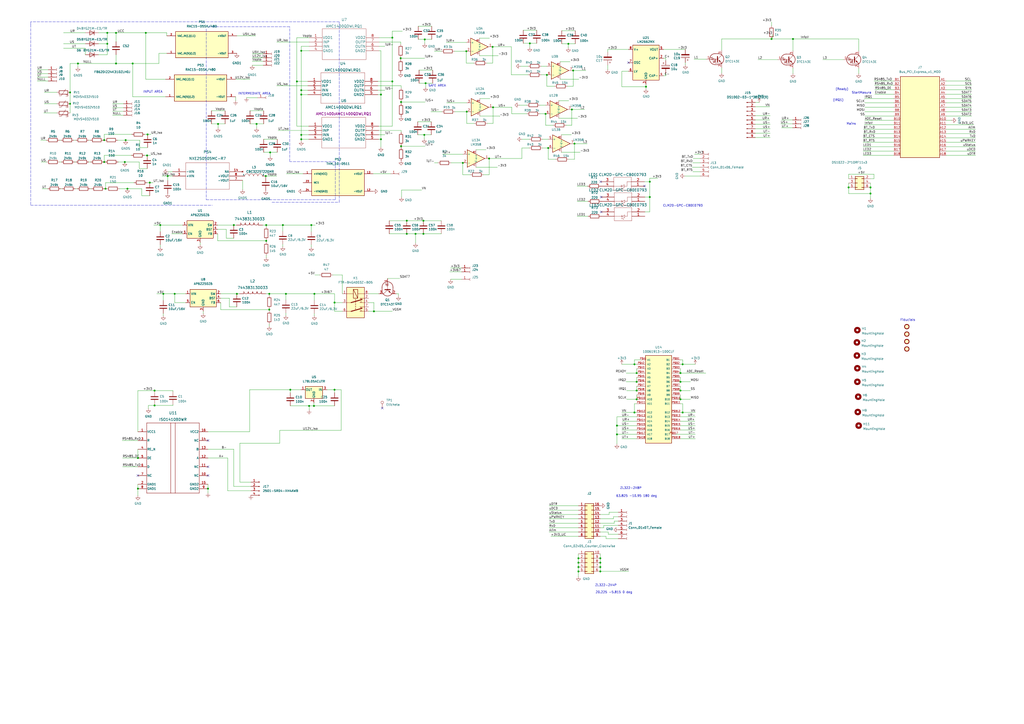
<source format=kicad_sch>
(kicad_sch (version 20231120) (generator "eeschema") (generator_version "8.0")
  (paper "A2")
  (title_block (title "Main Board") (rev "4.0") (company "Delta Electronics SRL"))
  (junction (at 156.21 179.578))
  (junction (at 286.004 62.23))
  (junction (at 148.844 71.882))
  (junction (at 394.716 216.408))
  (junction (at 89.662 226.568))
  (junction (at 174.752 54.864))
  (junction (at 394.716 231.648))
  (junction (at 235.966 135.636))
  (junction (at 335.534 323.85))
  (junction (at 270.51 29.718))
  (junction (at 268.478 94.488))
  (junction (at 67.31 19.05))
  (junction (at 283.718 91.948))
  (junction (at 246.888 48.26))
  (junction (at 232.664 59.182))
  (junction (at 357.886 251.968))
  (junction (at 97.282 102.108))
  (junction (at 332.486 40.894))
  (junction (at 459.994 22.606))
  (junction (at 62.23 25.4))
  (junction (at 89.662 235.204))
  (junction (at 368.046 211.328))
  (junction (at 40.64 53.594))
  (junction (at 60.452 81.28))
  (junction (at 245.618 135.636))
  (junction (at 348.234 326.39))
  (junction (at 92.964 130.556))
  (junction (at 67.31 36.83))
  (junction (at 154.432 139.7))
  (junction (at 80.01 283.464))
  (junction (at 492.252 108.712))
  (junction (at 45.212 36.83))
  (junction (at 94.742 170.434))
  (junction (at 165.862 170.434))
  (junction (at 335.534 331.47))
  (junction (at 348.234 323.85))
  (junction (at 85.344 90.17))
  (junction (at 394.716 226.568))
  (junction (at 120.65 283.464))
  (junction (at 180.594 130.556))
  (junction (at 335.534 326.39))
  (junction (at 245.618 128.016))
  (junction (at 40.64 60.198))
  (junction (at 220.98 80.772))
  (junction (at 395.986 239.268))
  (junction (at 348.234 328.93))
  (junction (at 101.346 170.434))
  (junction (at 156.718 88.392))
  (junction (at 232.41 33.782))
  (junction (at 318.008 85.852))
  (junction (at 394.716 221.488))
  (junction (at 61.214 109.474))
  (junction (at 246.126 78.232))
  (junction (at 174.752 52.324))
  (junction (at 369.316 216.408))
  (junction (at 194.056 226.06))
  (junction (at 232.664 84.836))
  (junction (at 317.246 43.434))
  (junction (at 369.316 231.648))
  (junction (at 182.372 170.434))
  (junction (at 72.39 93.98))
  (junction (at 154.178 102.108))
  (junction (at 135.636 130.556))
  (junction (at 174.752 78.232))
  (junction (at 73.914 109.474))
  (junction (at 504.952 112.268))
  (junction (at 72.898 81.28))
  (junction (at 369.316 221.488))
  (junction (at 270.764 64.77))
  (junction (at 235.966 128.016))
  (junction (at 80.01 265.684))
  (junction (at 154.432 130.556))
  (junction (at 333.248 83.312))
  (junction (at 179.324 235.458))
  (junction (at 174.752 80.772))
  (junction (at 285.75 27.178))
  (junction (at 126.492 71.882))
  (junction (at 241.046 135.636))
  (junction (at 395.986 211.328))
  (junction (at 335.534 328.93))
  (junction (at 164.084 130.556))
  (junction (at 447.548 22.606))
  (junction (at 220.98 54.864))
  (junction (at 368.046 239.268))
  (junction (at 357.886 246.888))
  (junction (at 369.316 226.568))
  (junction (at 168.402 226.06))
  (junction (at 504.952 108.712))
  (junction (at 174.752 29.464))
  (junction (at 85.598 77.978))
  (junction (at 376.936 105.41))
  (junction (at 182.118 235.458))
  (junction (at 156.21 170.434))
  (junction (at 376.936 114.3))
  (junction (at 329.692 25.4))
  (junction (at 246.38 22.86))
  (junction (at 374.7262 50.292))
  (junction (at 316.484 66.04))
  (junction (at 331.724 63.5))
  (junction (at 307.34 25.146))
  (junction (at 62.23 19.05))
  (junction (at 194.056 175.514))
  (junction (at 84.582 19.05))
  (junction (at 227.584 21.844))
  (junction (at 216.916 180.594))
  (junction (at 137.414 170.434))
  (junction (at 76.962 36.83))
  (junction (at 172.212 47.244))
  (junction (at 60.452 93.98))
  (junction (at 227.584 47.244))
  (junction (at 86.868 105.918))
  (junction (at 348.234 331.47))
  (no_connect (at 80.01 275.844))
  (no_connect (at 364.5662 36.322))
  (no_connect (at 348.742 114.3))
  (no_connect (at 221.742 236.728))
  (no_connect (at 348.742 122.936))
  (no_connect (at 120.65 275.844))
  (no_connect (at 120.65 270.764))
  (no_connect (at 120.65 255.524))
  (no_connect (at 373.888 107.95))
  (no_connect (at 348.488 105.41))
  (wire (pts (xy 174.752 29.464) (xy 174.752 52.324)))
  (wire (pts (xy 260.858 157.734) (xy 267.716 157.734)))
  (wire (pts (xy 258.826 24.638) (xy 270.51 24.638)))
  (wire (pts (xy 368.046 208.788) (xy 371.856 208.788)))
  (wire (pts (xy 144.78 226.06) (xy 144.78 250.444)))
  (wire (pts (xy 296.672 27.178) (xy 296.672 43.434)))
  (wire (pts (xy 403.352 211.328) (xy 395.986 211.328)))
  (wire (pts (xy 278.384 67.31) (xy 289.814 67.31)))
  (wire (pts (xy 174.752 26.924) (xy 174.752 29.464)))
  (wire (pts (xy 355.854 299.72) (xy 358.648 299.72)))
  (wire (pts (xy 360.7562 50.292) (xy 374.7262 50.292)))
  (wire (pts (xy 65.278 64.516) (xy 71.628 64.516)))
  (wire (pts (xy 136.652 45.974) (xy 145.034 45.974)))
  (wire (pts (xy 278.13 22.098) (xy 283.972 22.098)))
  (wire (pts (xy 40.64 36.83) (xy 45.212 36.83)))
  (wire (pts (xy 232.41 33.782) (xy 232.41 34.544)))
  (wire (pts (xy 174.752 80.772) (xy 174.752 81.788)))
  (wire (pts (xy 160.528 24.384) (xy 179.324 24.384)))
  (wire (pts (xy 36.83 27.94) (xy 49.53 27.94)))
  (wire (pts (xy 156.21 170.434) (xy 165.862 170.434)))
  (wire (pts (xy 216.916 175.514) (xy 216.916 180.594)))
  (wire (pts (xy 329.692 25.4) (xy 333.756 25.4)))
  (wire (pts (xy 251.968 29.718) (xy 256.032 29.718)))
  (wire (pts (xy 126.492 71.882) (xy 130.556 71.882)))
  (wire (pts (xy 395.986 234.188) (xy 395.986 239.268)))
  (wire (pts (xy 270.51 29.718) (xy 270.51 36.576)))
  (wire (pts (xy 324.104 68.58) (xy 335.026 68.58)))
  (wire (pts (xy 156.718 88.392) (xy 156.718 90.678)))
  (wire (pts (xy 373.888 105.41) (xy 376.936 105.41)))
  (wire (pts (xy 154.178 102.108) (xy 154.178 102.87)))
  (wire (pts (xy 394.716 231.648) (xy 400.558 231.648)))
  (wire (pts (xy 219.202 52.324) (xy 223.266 52.324)))
  (wire (pts (xy 179.324 26.924) (xy 174.752 26.924)))
  (wire (pts (xy 261.366 162.052) (xy 267.716 162.052)))
  (wire (pts (xy 145.542 284.734) (xy 132.08 284.734)))
  (wire (pts (xy 384.8862 28.702) (xy 397.5862 28.702)))
  (wire (pts (xy 501.65 59.69) (xy 518.414 59.69)))
  (wire (pts (xy 507.492 52.07) (xy 518.414 52.07)))
  (wire (pts (xy 82.296 109.474) (xy 82.296 113.538)))
  (wire (pts (xy 179.324 235.458) (xy 179.324 237.744)))
  (wire (pts (xy 162.306 257.048) (xy 162.306 249.682)))
  (wire (pts (xy 394.716 224.028) (xy 394.716 226.568)))
  (wire (pts (xy 409.448 216.408) (xy 394.716 216.408)))
  (wire (pts (xy 197.866 226.06) (xy 197.866 249.682)))
  (wire (pts (xy 36.83 25.4) (xy 49.53 25.4)))
  (wire (pts (xy 60.452 77.978) (xy 76.454 77.978)))
  (wire (pts (xy 34.544 81.28) (xy 35.306 81.28)))
  (wire (pts (xy 403.352 254.508) (xy 394.716 254.508)))
  (wire (pts (xy 60.452 93.98) (xy 60.452 90.17)))
  (wire (pts (xy 100.33 234.696) (xy 100.33 235.204)))
  (wire (pts (xy 384.8862 43.942) (xy 386.1562 43.942)))
  (wire (pts (xy 61.214 109.474) (xy 61.722 109.474)))
  (wire (pts (xy 263.652 29.718) (xy 270.51 29.718)))
  (wire (pts (xy 307.34 25.146) (xy 307.34 27.432)))
  (wire (pts (xy 357.886 251.968) (xy 369.316 251.968)))
  (wire (pts (xy 403.352 249.428) (xy 394.716 249.428)))
  (wire (pts (xy 213.868 180.594) (xy 216.916 180.594)))
  (wire (pts (xy 51.562 81.28) (xy 52.324 81.28)))
  (wire (pts (xy 307.086 80.772) (xy 302.768 80.772)))
  (wire (pts (xy 360.7562 41.402) (xy 360.7562 50.292)))
  (wire (pts (xy 67.31 24.13) (xy 67.31 19.05)))
  (wire (pts (xy 71.12 265.684) (xy 80.01 265.684)))
  (wire (pts (xy 446.786 77.216) (xy 438.15 77.216)))
  (wire (pts (xy 45.212 36.83) (xy 45.212 38.862)))
  (wire (pts (xy 90.932 170.434) (xy 94.742 170.434)))
  (polyline (pts (xy 194.564 93.726) (xy 168.148 93.726)) (stroke (width 0) (type dash)))
  (wire (pts (xy 69.342 109.474) (xy 73.914 109.474)))
  (wire (pts (xy 80.772 93.98) (xy 80.772 97.79)))
  (wire (pts (xy 459.994 39.624) (xy 459.994 42.672)))
  (wire (pts (xy 395.986 211.328) (xy 394.716 211.328)))
  (wire (pts (xy 92.964 130.556) (xy 105.918 130.556)))
  (wire (pts (xy 256.794 89.408) (xy 268.478 89.408)))
  (wire (pts (xy 92.202 30.988) (xy 96.774 30.988)))
  (wire (pts (xy 296.926 62.23) (xy 296.926 66.04)))
  (wire (pts (xy 122.682 64.262) (xy 130.556 64.262)))
  (wire (pts (xy 83.82 90.17) (xy 85.344 90.17)))
  (wire (pts (xy 156.718 88.392) (xy 160.782 88.392)))
  (wire (pts (xy 145.034 64.262) (xy 152.908 64.262)))
  (wire (pts (xy 459.994 22.606) (xy 459.994 29.464)))
  (wire (pts (xy 235.966 128.016) (xy 245.618 128.016)))
  (wire (pts (xy 335.534 326.39) (xy 335.534 328.93)))
  (wire (pts (xy 36.83 19.05) (xy 49.53 19.05)))
  (wire (pts (xy 137.414 170.434) (xy 138.938 170.434)))
  (wire (pts (xy 194.056 226.06) (xy 194.056 227.838)))
  (wire (pts (xy 459.994 22.606) (xy 447.548 22.606)))
  (wire (pts (xy 368.046 234.188) (xy 369.316 234.188)))
  (wire (pts (xy 194.056 226.06) (xy 189.738 226.06)))
  (wire (pts (xy 235.966 135.636) (xy 241.046 135.636)))
  (wire (pts (xy 179.07 80.772) (xy 174.752 80.772)))
  (wire (pts (xy 374.142 122.936) (xy 376.936 122.936)))
  (wire (pts (xy 501.65 69.85) (xy 518.414 69.85)))
  (wire (pts (xy 62.23 31.75) (xy 62.23 25.4)))
  (polyline (pts (xy 119.634 16.764) (xy 119.634 115.824)) (stroke (width 0) (type dash)))
  (wire (pts (xy 227.584 18.034) (xy 227.584 21.844)))
  (wire (pts (xy 246.888 48.26) (xy 250.952 48.26)))
  (wire (pts (xy 180.594 141.986) (xy 180.594 143.256)))
  (wire (pts (xy 477.266 34.544) (xy 489.204 34.544)))
  (wire (pts (xy 65.278 62.484) (xy 71.628 62.484)))
  (wire (pts (xy 179.07 73.152) (xy 172.212 73.152)))
  (wire (pts (xy 232.664 59.182) (xy 232.664 59.944)))
  (wire (pts (xy 261.366 155.448) (xy 267.716 155.448)))
  (wire (pts (xy 395.986 239.268) (xy 394.716 239.268)))
  (wire (pts (xy 164.084 130.556) (xy 164.084 134.112)))
  (wire (pts (xy 65.278 66.802) (xy 71.628 66.802)))
  (wire (pts (xy 283.718 91.948) (xy 302.768 91.948)))
  (wire (pts (xy 325.882 25.4) (xy 329.692 25.4)))
  (wire (pts (xy 303.53 17.526) (xy 311.404 17.526)))
  (wire (pts (xy 333.248 92.456) (xy 333.248 83.312)))
  (wire (pts (xy 350.266 304.8) (xy 350.266 306.07)))
  (wire (pts (xy 403.352 239.268) (xy 395.986 239.268)))
  (wire (pts (xy 182.372 174.244) (xy 182.372 170.434)))
  (wire (pts (xy 376.936 114.3) (xy 376.936 105.41)))
  (wire (pts (xy 23.876 93.98) (xy 26.924 93.98)))
  (polyline (pts (xy 120.65 15.494) (xy 168.148 15.494)) (stroke (width 0) (type dash)))
  (wire (pts (xy 280.416 101.346) (xy 283.718 101.346)))
  (wire (pts (xy 57.15 31.75) (xy 62.23 31.75)))
  (wire (pts (xy 132.08 265.684) (xy 132.08 284.734)))
  (wire (pts (xy 213.868 170.434) (xy 219.71 170.434)))
  (wire (pts (xy 357.886 251.968) (xy 357.886 257.556)))
  (wire (pts (xy 231.14 171.704) (xy 231.14 170.434)))
  (polyline (pts (xy 17.78 119.126) (xy 123.19 119.126)) (stroke (width 0) (type dash)))
  (wire (pts (xy 376.936 103.378) (xy 381.508 103.378)))
  (wire (pts (xy 335.534 321.31) (xy 335.534 323.85)))
  (wire (pts (xy 153.416 102.108) (xy 154.178 102.108)))
  (wire (pts (xy 356.362 302.26) (xy 358.648 302.26)))
  (wire (pts (xy 439.674 34.544) (xy 451.104 34.544)))
  (wire (pts (xy 148.844 71.882) (xy 148.844 74.168)))
  (wire (pts (xy 350.266 306.07) (xy 348.234 306.07)))
  (polyline (pts (xy 196.85 12.7) (xy 17.78 12.7)) (stroke (width 0) (type dash)))
  (wire (pts (xy 296.672 43.434) (xy 306.324 43.434)))
  (wire (pts (xy 227.584 47.244) (xy 227.584 73.152)))
  (wire (pts (xy 329.946 92.456) (xy 333.248 92.456)))
  (wire (pts (xy 324.104 58.42) (xy 329.946 58.42)))
  (wire (pts (xy 232.664 84.836) (xy 246.634 84.836)))
  (wire (pts (xy 357.886 246.888) (xy 369.316 246.888)))
  (wire (pts (xy 498.094 22.606) (xy 459.994 22.606)))
  (wire (pts (xy 25.654 53.594) (xy 33.02 53.594)))
  (wire (pts (xy 348.234 328.93) (xy 348.234 331.47)))
  (wire (pts (xy 81.026 85.598) (xy 85.598 85.598)))
  (wire (pts (xy 154.432 139.7) (xy 154.432 140.462)))
  (wire (pts (xy 232.918 110.236) (xy 232.918 114.3)))
  (wire (pts (xy 446.786 72.136) (xy 438.15 72.136)))
  (wire (pts (xy 314.706 85.852) (xy 318.008 85.852)))
  (wire (pts (xy 143.002 56.642) (xy 149.352 56.642)))
  (wire (pts (xy 194.056 180.594) (xy 198.628 180.594)))
  (wire (pts (xy 21.59 46.99) (xy 27.94 46.99)))
  (wire (pts (xy 136.652 56.134) (xy 136.652 58.42)))
  (wire (pts (xy 225.806 135.636) (xy 235.966 135.636)))
  (wire (pts (xy 85.344 105.918) (xy 86.868 105.918)))
  (wire (pts (xy 174.752 78.232) (xy 174.752 80.772)))
  (wire (pts (xy 65.278 60.198) (xy 71.628 60.198)))
  (wire (pts (xy 198.628 170.434) (xy 198.628 159.512)))
  (wire (pts (xy 241.046 140.97) (xy 241.046 135.636)))
  (wire (pts (xy 61.214 105.918) (xy 77.724 105.918)))
  (wire (pts (xy 506.984 101.092) (xy 506.984 103.632)))
  (wire (pts (xy 219.71 75.692) (xy 232.664 75.692)))
  (wire (pts (xy 172.212 47.244) (xy 178.562 47.244)))
  (wire (pts (xy 152.908 88.392) (xy 156.718 88.392)))
  (wire (pts (xy 180.594 130.556) (xy 182.88 130.556)))
  (wire (pts (xy 500.634 85.09) (xy 518.414 85.09)))
  (wire (pts (xy 92.964 141.986) (xy 92.964 143.256)))
  (wire (pts (xy 156.21 179.578) (xy 156.21 180.34)))
  (wire (pts (xy 500.634 90.17) (xy 518.414 90.17)))
  (wire (pts (xy 242.57 15.24) (xy 250.444 15.24)))
  (wire (pts (xy 394.716 208.788) (xy 395.986 208.788)))
  (wire (pts (xy 335.534 328.93) (xy 335.534 331.47)))
  (wire (pts (xy 348.234 311.15) (xy 351.536 311.15)))
  (wire (pts (xy 369.316 213.868) (xy 369.316 216.408)))
  (wire (pts (xy 318.516 308.61) (xy 335.534 308.61)))
  (wire (pts (xy 313.182 66.04) (xy 316.484 66.04)))
  (wire (pts (xy 89.662 226.568) (xy 100.33 226.568)))
  (wire (pts (xy 501.65 64.77) (xy 518.414 64.77)))
  (wire (pts (xy 244.602 110.236) (xy 232.918 110.236)))
  (wire (pts (xy 335.534 298.45) (xy 318.516 298.45)))
  (wire (pts (xy 282.448 36.576) (xy 285.75 36.576)))
  (wire (pts (xy 278.384 57.15) (xy 284.226 57.15)))
  (wire (pts (xy 395.986 208.788) (xy 395.986 211.328)))
  (wire (pts (xy 548.894 52.07) (xy 563.626 52.07)))
  (wire (pts (xy 21.59 44.704) (xy 27.94 44.704)))
  (wire (pts (xy 289.814 67.31) (xy 289.814 67.564)))
  (wire (pts (xy 227.584 18.034) (xy 233.426 18.034)))
  (wire (pts (xy 40.64 36.83) (xy 40.64 53.594)))
  (wire (pts (xy 100.076 99.568) (xy 97.536 99.568)))
  (wire (pts (xy 140.716 104.648) (xy 140.716 109.982)))
  (wire (pts (xy 60.452 81.28) (xy 60.706 81.28)))
  (wire (pts (xy 369.316 221.488) (xy 363.22 221.488)))
  (wire (pts (xy 139.192 279.654) (xy 139.192 257.048)))
  (wire (pts (xy 453.39 69.596) (xy 459.74 69.596)))
  (wire (pts (xy 144.78 226.06) (xy 168.402 226.06)))
  (wire (pts (xy 126.238 130.556) (xy 135.636 130.556)))
  (wire (pts (xy 331.724 72.644) (xy 331.724 63.5)))
  (wire (pts (xy 148.844 71.882) (xy 152.908 71.882)))
  (wire (pts (xy 565.912 77.47) (xy 548.894 77.47)))
  (wire (pts (xy 504.952 103.632) (xy 506.984 103.632)))
  (wire (pts (xy 154.432 130.556) (xy 164.084 130.556)))
  (wire (pts (xy 447.548 14.986) (xy 447.548 12.7)))
  (wire (pts (xy 246.126 78.232) (xy 250.19 78.232)))
  (wire (pts (xy 197.866 226.06) (xy 194.056 226.06)))
  (wire (pts (xy 352.552 37.7698) (xy 352.552 40.3098)))
  (wire (pts (xy 504.952 106.172) (xy 504.952 108.712)))
  (wire (pts (xy 131.318 133.096) (xy 131.318 138.176)))
  (wire (pts (xy 224.79 161.544) (xy 231.902 161.544)))
  (wire (pts (xy 369.316 231.648) (xy 363.474 231.648)))
  (wire (pts (xy 329.692 25.4) (xy 329.692 27.686)))
  (wire (pts (xy 42.926 81.28) (xy 43.942 81.28)))
  (wire (pts (xy 120.65 280.924) (xy 120.65 283.464)))
  (wire (pts (xy 25.654 60.198) (xy 33.02 60.198)))
  (wire (pts (xy 94.742 181.864) (xy 94.742 183.134)))
  (wire (pts (xy 270.764 64.77) (xy 270.764 71.628)))
  (wire (pts (xy 174.752 52.324) (xy 178.562 52.324)))
  (wire (pts (xy 82.296 113.538) (xy 86.868 113.538)))
  (wire (pts (xy 61.214 109.474) (xy 61.214 105.918)))
  (wire (pts (xy 507.492 54.61) (xy 518.414 54.61)))
  (wire (pts (xy 403.352 241.808) (xy 394.716 241.808)))
  (wire (pts (xy 135.636 130.556) (xy 137.16 130.556)))
  (wire (pts (xy 137.414 20.828) (xy 148.336 20.828)))
  (wire (pts (xy 174.752 54.864) (xy 178.562 54.864)))
  (wire (pts (xy 216.408 100.838) (xy 226.568 100.838)))
  (wire (pts (xy 76.962 36.83) (xy 92.202 36.83)))
  (wire (pts (xy 335.534 331.47) (xy 335.534 334.518)))
  (wire (pts (xy 303.53 25.146) (xy 307.34 25.146)))
  (polyline (pts (xy 157.734 117.348) (xy 196.85 117.348)) (stroke (width 0) (type dash)))
  (wire (pts (xy 548.894 67.31) (xy 563.626 67.31)))
  (wire (pts (xy 492.252 112.268) (xy 504.952 112.268)))
  (wire (pts (xy 335.534 311.15) (xy 319.532 311.15)))
  (wire (pts (xy 126.492 71.882) (xy 126.492 74.168)))
  (wire (pts (xy 332.486 50.038) (xy 332.486 40.894)))
  (wire (pts (xy 34.544 93.98) (xy 35.56 93.98)))
  (wire (pts (xy 84.582 45.974) (xy 84.582 19.05)))
  (wire (pts (xy 85.344 90.17) (xy 87.376 90.17)))
  (wire (pts (xy 219.71 73.152) (xy 227.584 73.152)))
  (wire (pts (xy 128.016 172.974) (xy 133.096 172.974)))
  (wire (pts (xy 219.964 21.844) (xy 227.584 21.844)))
  (wire (pts (xy 133.096 178.054) (xy 137.414 178.054)))
  (wire (pts (xy 322.326 92.456) (xy 318.008 92.456)))
  (wire (pts (xy 285.75 27.178) (xy 285.75 36.576)))
  (wire (pts (xy 360.68 211.328) (xy 368.046 211.328)))
  (wire (pts (xy 52.324 109.474) (xy 53.086 109.474)))
  (wire (pts (xy 120.65 260.604) (xy 135.636 260.604)))
  (wire (pts (xy 501.65 62.23) (xy 518.414 62.23)))
  (wire (pts (xy 72.39 93.98) (xy 80.772 93.98)))
  (wire (pts (xy 242.57 22.86) (xy 246.38 22.86)))
  (wire (pts (xy 232.664 49.784) (xy 232.664 51.054)))
  (wire (pts (xy 276.098 86.868) (xy 281.94 86.868)))
  (wire (pts (xy 168.402 226.06) (xy 168.402 227.838)))
  (wire (pts (xy 126.238 139.7) (xy 126.238 135.636)))
  (wire (pts (xy 492.252 108.712) (xy 492.252 112.268)))
  (polyline (pts (xy 17.78 12.7) (xy 17.78 14.224)) (stroke (width 0) (type dash)))
  (wire (pts (xy 394.716 221.488) (xy 400.558 221.488)))
  (wire (pts (xy 145.542 282.194) (xy 135.636 282.194)))
  (wire (pts (xy 96.012 56.134) (xy 76.962 56.134)))
  (wire (pts (xy 154.178 102.108) (xy 160.528 102.108)))
  (wire (pts (xy 500.634 82.55) (xy 518.414 82.55)))
  (wire (pts (xy 364.5662 41.402) (xy 360.7562 41.402)))
  (wire (pts (xy 97.282 102.108) (xy 93.98 102.108)))
  (wire (pts (xy 122.682 71.882) (xy 126.492 71.882)))
  (wire (pts (xy 194.056 175.514) (xy 194.056 180.594)))
  (wire (pts (xy 548.894 72.39) (xy 564.896 72.39)))
  (wire (pts (xy 369.316 224.028) (xy 369.316 226.568)))
  (wire (pts (xy 162.306 249.682) (xy 197.866 249.682)))
  (wire (pts (xy 180.594 134.366) (xy 180.594 130.556)))
  (wire (pts (xy 101.346 175.514) (xy 101.346 170.434)))
  (wire (pts (xy 406.146 102.108) (xy 397.256 102.108)))
  (polyline (pts (xy 196.85 117.348) (xy 196.85 12.7)) (stroke (width 0) (type dash)))
  (wire (pts (xy 325.882 17.78) (xy 333.756 17.78)))
  (wire (pts (xy 368.046 234.188) (xy 368.046 239.268)))
  (wire (pts (xy 333.248 83.312) (xy 340.614 83.312)))
  (wire (pts (xy 286.004 62.23) (xy 286.004 71.628)))
  (wire (pts (xy 40.64 60.198) (xy 40.64 65.532)))
  (wire (pts (xy 71.12 270.764) (xy 80.01 270.764)))
  (wire (pts (xy 120.65 265.684) (xy 132.08 265.684)))
  (wire (pts (xy 219.964 29.464) (xy 220.98 29.464)))
  (wire (pts (xy 313.944 43.434) (xy 317.246 43.434)))
  (wire (pts (xy 500.634 87.63) (xy 518.414 87.63)))
  (wire (pts (xy 68.58 93.98) (xy 72.39 93.98)))
  (wire (pts (xy 161.29 75.692) (xy 179.07 75.692)))
  (wire (pts (xy 45.212 36.83) (xy 67.31 36.83)))
  (wire (pts (xy 276.098 97.028) (xy 288.544 97.028)))
  (wire (pts (xy 318.516 300.99) (xy 335.534 300.99)))
  (wire (pts (xy 313.182 60.96) (xy 316.484 60.96)))
  (wire (pts (xy 219.202 54.864) (xy 220.98 54.864)))
  (wire (pts (xy 331.724 63.5) (xy 339.09 63.5)))
  (wire (pts (xy 274.828 36.576) (xy 270.51 36.576)))
  (wire (pts (xy 446.786 74.676) (xy 438.15 74.676)))
  (wire (pts (xy 307.34 25.146) (xy 311.404 25.146)))
  (wire (pts (xy 232.664 58.674) (xy 232.664 59.182)))
  (wire (pts (xy 172.212 21.844) (xy 179.324 21.844)))
  (wire (pts (xy 268.478 94.488) (xy 268.478 101.346)))
  (wire (pts (xy 60.706 109.474) (xy 61.214 109.474)))
  (wire (pts (xy 492.252 101.092) (xy 506.984 101.092)))
  (wire (pts (xy 328.422 72.644) (xy 331.724 72.644)))
  (wire (pts (xy 374.7262 49.022) (xy 374.7262 50.292)))
  (wire (pts (xy 369.316 229.108) (xy 369.316 231.648)))
  (polyline (pts (xy 168.148 93.726) (xy 168.148 15.494)) (stroke (width 0) (type dash)))
  (wire (pts (xy 507.238 49.53) (xy 518.414 49.53)))
  (wire (pts (xy 80.01 226.568) (xy 89.662 226.568)))
  (wire (pts (xy 154.432 130.556) (xy 154.432 131.572)))
  (wire (pts (xy 348.234 321.31) (xy 348.234 323.85)))
  (wire (pts (xy 498.094 22.606) (xy 498.094 29.464)))
  (wire (pts (xy 145.034 71.882) (xy 148.844 71.882)))
  (wire (pts (xy 168.402 235.458) (xy 179.324 235.458)))
  (wire (pts (xy 452.882 71.882) (xy 459.74 71.882)))
  (wire (pts (xy 146.304 33.528) (xy 152.654 33.528)))
  (wire (pts (xy 174.752 54.864) (xy 174.752 78.232)))
  (wire (pts (xy 563.626 54.61) (xy 548.894 54.61)))
  (wire (pts (xy 438.15 61.976) (xy 446.532 61.976)))
  (wire (pts (xy 353.314 298.45) (xy 353.314 297.18)))
  (wire (pts (xy 165.862 170.434) (xy 182.372 170.434)))
  (wire (pts (xy 156.21 179.578) (xy 128.016 179.578)))
  (wire (pts (xy 156.21 170.434) (xy 156.21 171.45)))
  (wire (pts (xy 358.648 304.8) (xy 350.266 304.8)))
  (wire (pts (xy 154.432 139.192) (xy 154.432 139.7)))
  (wire (pts (xy 165.862 181.61) (xy 165.862 182.88)))
  (wire (pts (xy 386.1562 33.782) (xy 386.1562 35.052)))
  (wire (pts (xy 306.324 38.354) (xy 302.006 38.354)))
  (wire (pts (xy 24.384 109.474) (xy 27.686 109.474)))
  (wire (pts (xy 325.628 78.232) (xy 331.47 78.232)))
  (wire (pts (xy 321.564 50.038) (xy 317.246 50.038)))
  (wire (pts (xy 563.626 59.69) (xy 548.894 59.69)))
  (wire (pts (xy 231.14 170.434) (xy 229.87 170.434)))
  (wire (pts (xy 76.962 56.134) (xy 76.962 36.83)))
  (wire (pts (xy 92.202 30.988) (xy 92.202 36.83)))
  (wire (pts (xy 500.634 80.01) (xy 518.414 80.01)))
  (wire (pts (xy 101.346 170.434) (xy 107.696 170.434)))
  (wire (pts (xy 283.718 91.948) (xy 283.718 101.346)))
  (wire (pts (xy 501.65 67.31) (xy 518.414 67.31)))
  (wire (pts (xy 406.146 97.028) (xy 401.574 97.028)))
  (wire (pts (xy 165.862 170.434) (xy 165.862 173.99)))
  (wire (pts (xy 85.598 77.978) (xy 87.63 77.978)))
  (wire (pts (xy 324.866 45.974) (xy 335.788 45.974)))
  (wire (pts (xy 334.772 107.95) (xy 340.868 107.95)))
  (wire (pts (xy 172.212 73.152) (xy 172.212 47.244)))
  (wire (pts (xy 146.304 37.846) (xy 152.654 37.846)))
  (wire (pts (xy 376.936 105.41) (xy 376.936 103.378)))
  (wire (pts (xy 278.13 32.258) (xy 289.052 32.258)))
  (wire (pts (xy 99.568 135.636) (xy 105.918 135.636)))
  (wire (pts (xy 219.71 80.772) (xy 220.98 80.772)))
  (wire (pts (xy 418.592 39.37) (xy 418.592 42.418)))
  (wire (pts (xy 40.64 53.594) (xy 40.64 60.198)))
  (wire (pts (xy 152.4 130.556) (xy 154.432 130.556)))
  (wire (pts (xy 219.202 49.784) (xy 232.664 49.784)))
  (wire (pts (xy 67.31 19.05) (xy 84.582 19.05)))
  (wire (pts (xy 446.786 67.056) (xy 438.15 67.056)))
  (wire (pts (xy 194.056 175.514) (xy 198.628 175.514)))
  (wire (pts (xy 96.012 45.974) (xy 84.582 45.974)))
  (wire (pts (xy 270.764 64.77) (xy 263.906 64.77)))
  (wire (pts (xy 68.326 81.28) (xy 72.898 81.28)))
  (wire (pts (xy 164.084 130.556) (xy 180.594 130.556)))
  (wire (pts (xy 182.118 235.458) (xy 194.056 235.458)))
  (wire (pts (xy 97.282 102.108) (xy 97.282 104.648)))
  (wire (pts (xy 227.584 21.844) (xy 227.584 47.244)))
  (wire (pts (xy 506.984 46.99) (xy 518.414 46.99)))
  (wire (pts (xy 220.98 29.464) (xy 220.98 54.864)))
  (wire (pts (xy 89.662 234.696) (xy 89.662 235.204)))
  (wire (pts (xy 57.15 25.4) (xy 62.23 25.4)))
  (wire (pts (xy 43.18 93.98) (xy 43.942 93.98)))
  (wire (pts (xy 348.234 331.47) (xy 364.744 331.47)))
  (wire (pts (xy 418.592 22.606) (xy 418.592 29.21)))
  (wire (pts (xy 100.076 102.108) (xy 97.282 102.108)))
  (wire (pts (xy 492.252 106.172) (xy 492.252 108.712)))
  (wire (pts (xy 348.234 298.45) (xy 353.314 298.45)))
  (wire (pts (xy 232.664 84.328) (xy 232.664 84.836)))
  (wire (pts (xy 51.562 93.98) (xy 52.578 93.98)))
  (wire (pts (xy 96.774 19.05) (xy 96.774 20.828)))
  (wire (pts (xy 348.234 323.85) (xy 348.234 326.39)))
  (wire (pts (xy 501.396 72.39) (xy 518.414 72.39)))
  (wire (pts (xy 164.084 141.732) (xy 164.084 143.002)))
  (wire (pts (xy 117.856 180.594) (xy 117.856 181.864)))
  (wire (pts (xy 246.888 48.26) (xy 246.888 50.546)))
  (wire (pts (xy 316.484 66.04) (xy 316.484 72.644)))
  (wire (pts (xy 154.432 148.082) (xy 154.432 149.352)))
  (wire (pts (xy 353.314 297.18) (xy 358.648 297.18)))
  (wire (pts (xy 135.636 282.194) (xy 135.636 260.604)))
  (wire (pts (xy 120.65 283.464) (xy 120.65 286.004)))
  (wire (pts (xy 100.33 226.568) (xy 100.33 227.076)))
  (wire (pts (xy 565.912 80.01) (xy 548.894 80.01)))
  (wire (pts (xy 501.396 57.15) (xy 518.414 57.15)))
  (wire (pts (xy 70.866 255.524) (xy 80.01 255.524)))
  (wire (pts (xy 360.68 254.508) (xy 369.316 254.508)))
  (wire (pts (xy 403.352 246.888) (xy 394.716 246.888)))
  (wire (pts (xy 348.234 326.39) (xy 348.234 328.93)))
  (wire (pts (xy 232.664 84.836) (xy 232.664 85.598)))
  (wire (pts (xy 245.618 128.016) (xy 256.032 128.016)))
  (wire (pts (xy 86.868 105.918) (xy 88.9 105.918)))
  (wire (pts (xy 59.944 81.28) (xy 60.452 81.28)))
  (wire (pts (xy 86.106 235.204) (xy 86.106 236.982)))
  (wire (pts (xy 406.146 91.948) (xy 402.082 91.948)))
  (wire (pts (xy 128.016 179.578) (xy 128.016 175.514)))
  (wire (pts (xy 351.536 311.15) (xy 351.536 312.42)))
  (wire (pts (xy 335.534 323.85) (xy 335.534 326.39)))
  (wire (pts (xy 49.53 27.94) (xy 49.53 31.75)))
  (wire (pts (xy 334.772 125.476) (xy 341.122 125.476)))
  (wire (pts (xy 219.964 24.384) (xy 232.41 24.384)))
  (wire (pts (xy 335.534 293.37) (xy 318.516 293.37)))
  (wire (pts (xy 242.316 70.612) (xy 250.19 70.612)))
  (wire (pts (xy 313.944 38.354) (xy 317.246 38.354)))
  (wire (pts (xy 35.306 109.474) (xy 36.068 109.474)))
  (wire (pts (xy 446.786 79.756) (xy 438.15 79.756)))
  (wire (pts (xy 418.592 22.606) (xy 447.548 22.606)))
  (wire (pts (xy 249.936 64.77) (xy 256.286 64.77)))
  (wire (pts (xy 80.01 280.924) (xy 80.01 283.464)))
  (wire (pts (xy 245.618 135.636) (xy 256.032 135.636)))
  (wire (pts (xy 369.316 216.408) (xy 363.22 216.408)))
  (wire (pts (xy 329.184 50.038) (xy 332.486 50.038)))
  (wire (pts (xy 325.628 88.392) (xy 336.55 88.392)))
  (wire (pts (xy 246.38 22.86) (xy 246.38 25.146)))
  (wire (pts (xy 318.516 306.07) (xy 335.534 306.07)))
  (wire (pts (xy 374.142 114.3) (xy 376.936 114.3)))
  (wire (pts (xy 193.04 159.512) (xy 198.628 159.512)))
  (wire (pts (xy 360.68 249.428) (xy 369.316 249.428)))
  (wire (pts (xy 160.528 49.784) (xy 178.562 49.784)))
  (wire (pts (xy 60.452 93.98) (xy 60.96 93.98)))
  (wire (pts (xy 296.926 66.04) (xy 305.562 66.04)))
  (wire (pts (xy 368.046 211.328) (xy 369.316 211.328)))
  (wire (pts (xy 504.952 112.268) (xy 504.952 115.0366)))
  (wire (pts (xy 386.1562 43.942) (xy 386.1562 42.672)))
  (wire (pts (xy 216.916 180.594) (xy 227.584 180.594)))
  (wire (pts (xy 220.98 54.864) (xy 220.98 80.772)))
  (wire (pts (xy 81.026 81.28) (xy 81.026 85.598)))
  (wire (pts (xy 268.478 94.488) (xy 261.62 94.488)))
  (wire (pts (xy 174.752 78.232) (xy 179.07 78.232)))
  (wire (pts (xy 324.866 35.814) (xy 330.708 35.814)))
  (wire (pts (xy 355.854 300.99) (xy 355.854 299.72)))
  (wire (pts (xy 374.7262 50.292) (xy 374.7262 51.562)))
  (wire (pts (xy 116.078 140.716) (xy 116.078 141.986)))
  (wire (pts (xy 453.39 74.168) (xy 459.74 74.168)))
  (wire (pts (xy 275.082 71.628) (xy 270.764 71.628)))
  (wire (pts (xy 500.888 77.47) (xy 518.414 77.47)))
  (wire (pts (xy 548.894 90.17) (xy 565.912 90.17)))
  (wire (pts (xy 243.078 48.26) (xy 246.888 48.26)))
  (wire (pts (xy 232.41 33.274) (xy 232.41 33.782)))
  (wire (pts (xy 394.716 226.568) (xy 400.558 226.568)))
  (wire (pts (xy 43.688 109.474) (xy 44.704 109.474)))
  (wire (pts (xy 563.626 64.77) (xy 548.894 64.77)))
  (wire (pts (xy 120.65 250.444) (xy 144.78 250.444)))
  (wire (pts (xy 548.894 69.85) (xy 551.942 69.85)))
  (wire (pts (xy 307.086 85.852) (xy 302.768 85.852)))
  (wire (pts (xy 182.118 233.68) (xy 182.118 235.458)))
  (wire (pts (xy 305.562 60.96) (xy 301.244 60.96)))
  (wire (pts (xy 335.534 295.91) (xy 318.516 295.91)))
  (wire (pts (xy 60.452 90.17) (xy 76.2 90.17)))
  (wire (pts (xy 285.75 27.178) (xy 296.672 27.178)))
  (polyline (pts (xy 119.634 115.824) (xy 194.564 115.824)) (stroke (width 0) (type dash)))
  (wire (pts (xy 448.056 22.352) (xy 448.056 20.066)))
  (wire (pts (xy 395.986 234.188) (xy 394.716 234.188)))
  (wire (pts (xy 318.516 303.53) (xy 335.534 303.53)))
  (wire (pts (xy 246.38 22.86) (xy 250.444 22.86)))
  (wire (pts (xy 360.68 239.268) (xy 368.046 239.268)))
  (wire (pts (xy 500.888 74.93) (xy 518.414 74.93)))
  (wire (pts (xy 67.31 19.05) (xy 62.23 19.05)))
  (wire (pts (xy 139.192 257.048) (xy 162.306 257.048)))
  (wire (pts (xy 126.238 133.096) (xy 131.318 133.096)))
  (wire (pts (xy 174.752 29.464) (xy 179.324 29.464)))
  (wire (pts (xy 232.41 33.782) (xy 246.38 33.782)))
  (wire (pts (xy 368.046 208.788) (xy 368.046 211.328)))
  (wire (pts (xy 384.8862 33.782) (xy 386.1562 33.782)))
  (wire (pts (xy 392.176 251.968) (xy 403.352 251.968)))
  (wire (pts (xy 259.08 59.69) (xy 270.764 59.69)))
  (wire (pts (xy 219.71 78.232) (xy 223.266 78.232)))
  (wire (pts (xy 376.936 122.936) (xy 376.936 114.3)))
  (wire (pts (xy 357.886 241.808) (xy 357.886 246.888)))
  (wire (pts (xy 397.5862 36.322) (xy 397.5862 37.592)))
  (wire (pts (xy 368.046 239.268) (xy 369.316 239.268)))
  (wire (pts (xy 369.316 226.568) (xy 363.474 226.568)))
  (wire (pts (xy 154.432 139.7) (xy 126.238 139.7)))
  (wire (pts (xy 352.552 28.702) (xy 364.5662 28.702)))
  (wire (pts (xy 402.59 34.29) (xy 409.702 34.29)))
  (wire (pts (xy 241.046 135.636) (xy 245.618 135.636)))
  (wire (pts (xy 360.934 244.348) (xy 369.316 244.348)))
  (wire (pts (xy 243.078 40.64) (xy 250.952 40.64)))
  (wire (pts (xy 131.318 138.176) (xy 135.636 138.176)))
  (wire (pts (xy 348.234 303.53) (xy 356.362 303.53)))
  (polyline (pts (xy 17.78 14.224) (xy 17.78 119.126)) (stroke (width 0) (type dash)))
  (wire (pts (xy 406.146 94.488) (xy 401.828 94.488)))
  (wire (pts (xy 492.252 103.632) (xy 492.252 101.092)))
  (wire (pts (xy 282.702 71.628) (xy 286.004 71.628)))
  (wire (pts (xy 232.41 24.384) (xy 232.41 25.654)))
  (wire (pts (xy 394.716 213.868) (xy 394.716 216.408)))
  (wire (pts (xy 21.59 42.672) (xy 27.94 42.672)))
  (wire (pts (xy 182.372 181.864) (xy 182.372 183.134)))
  (wire (pts (xy 548.894 85.09) (xy 565.912 85.09)))
  (wire (pts (xy 172.212 47.244) (xy 172.212 21.844)))
  (wire (pts (xy 156.21 187.96) (xy 156.21 189.23)))
  (wire (pts (xy 89.662 235.204) (xy 100.33 235.204)))
  (wire (pts (xy 498.094 39.624) (xy 498.094 42.672)))
  (wire (pts (xy 356.362 303.53) (xy 356.362 302.26)))
  (wire (pts (xy 332.486 40.894) (xy 339.852 40.894)))
  (wire (pts (xy 318.008 85.852) (xy 318.008 92.456)))
  (wire (pts (xy 154.178 170.434) (xy 156.21 170.434)))
  (wire (pts (xy 128.016 170.434) (xy 137.414 170.434)))
  (wire (pts (xy 60.452 81.28) (xy 60.452 77.978)))
  (wire (pts (xy 179.324 235.458) (xy 182.118 235.458)))
  (wire (pts (xy 225.806 128.016) (xy 235.966 128.016)))
  (wire (pts (xy 80.01 226.568) (xy 80.01 250.444)))
  (wire (pts (xy 438.15 59.436) (xy 440.436 59.436)))
  (wire (pts (xy 563.626 49.53) (xy 548.894 49.53)))
  (wire (pts (xy 402.844 89.408) (xy 406.146 89.408)))
  (wire (pts (xy 348.234 300.99) (xy 355.854 300.99)))
  (wire (pts (xy 334.772 116.84) (xy 341.122 116.84)))
  (wire (pts (xy 62.23 19.05) (xy 57.15 19.05)))
  (wire (pts (xy 60.198 93.98) (xy 60.452 93.98)))
  (wire (pts (xy 242.316 78.232) (xy 246.126 78.232)))
  (wire (pts (xy 92.964 130.556) (xy 92.964 134.366)))
  (wire (pts (xy 251.968 94.488) (xy 254 94.488)))
  (wire (pts (xy 565.912 82.55) (xy 548.894 82.55)))
  (wire (pts (xy 166.116 100.838) (xy 175.768 100.838)))
  (wire (pts (xy 548.894 62.23) (xy 563.626 62.23)))
  (wire (pts (xy 314.706 80.772) (xy 318.008 80.772)))
  (wire (pts (xy 302.768 91.948) (xy 302.768 85.852)))
  (wire (pts (xy 94.742 170.434) (xy 94.742 174.244)))
  (wire (pts (xy 133.096 172.974) (xy 133.096 178.054)))
  (wire (pts (xy 80.01 260.604) (xy 80.01 265.684)))
  (wire (pts (xy 86.106 235.204) (xy 89.662 235.204)))
  (wire (pts (xy 72.898 81.28) (xy 81.026 81.28)))
  (wire (pts (xy 146.304 31.242) (xy 152.654 31.242)))
  (wire (pts (xy 84.582 19.05) (xy 96.774 19.05)))
  (wire (pts (xy 152.908 80.772) (xy 160.782 80.772)))
  (wire (pts (xy 145.542 279.654) (xy 139.192 279.654)))
  (wire (pts (xy 446.532 69.596) (xy 438.15 69.596)))
  (wire (pts (xy 25.4 65.532) (xy 33.02 65.532)))
  (wire (pts (xy 352.806 309.88) (xy 358.648 309.88)))
  (wire (pts (xy 156.21 179.07) (xy 156.21 179.578)))
  (wire (pts (xy 232.664 75.692) (xy 232.664 76.708)))
  (wire (pts (xy 272.796 101.346) (xy 268.478 101.346)))
  (wire (pts (xy 504.952 108.712) (xy 504.952 112.268)))
  (wire (pts (xy 394.716 229.108) (xy 394.716 231.648)))
  (wire (pts (xy 89.662 226.568) (xy 89.662 227.076)))
  (wire (pts (xy 146.304 35.56) (xy 152.654 35.56)))
  (polyline (pts (xy 194.564 115.824) (xy 194.564 93.726)) (stroke (width 0) (type dash)))
  (wire (pts (xy 62.23 25.4) (xy 62.23 19.05)))
  (wire (pts (xy 84.074 77.978) (xy 85.598 77.978)))
  (wire (pts (xy 548.894 87.63) (xy 565.912 87.63)))
  (wire (pts (xy 232.664 59.182) (xy 246.634 59.182)))
  (wire (pts (xy 348.234 308.61) (xy 352.806 308.61)))
  (wire (pts (xy 80.01 283.464) (xy 80.01 287.528)))
  (wire (pts (xy 219.964 26.924) (xy 223.266 26.924)))
  (wire (pts (xy 563.626 57.15) (xy 548.894 57.15)))
  (wire (pts (xy 23.622 81.28) (xy 26.924 81.28)))
  (wire (pts (xy 286.004 62.23) (xy 296.926 62.23)))
  (wire (pts (xy 369.316 218.948) (xy 369.316 221.488)))
  (wire (pts (xy 89.154 130.556) (xy 92.964 130.556)))
  (wire (pts (xy 563.372 46.99) (xy 548.894 46.99)))
  (wire (pts (xy 67.31 36.83) (xy 76.962 36.83)))
  (wire (pts (xy 357.886 246.888) (xy 357.886 251.968)))
  (wire (pts (xy 565.912 74.93) (xy 548.894 74.93)))
  (wire (pts (xy 317.246 43.434) (xy 317.246 50.038)))
  (wire (pts (xy 101.346 175.514) (xy 107.696 175.514)))
  (wire (pts (xy 174.752 52.324) (xy 174.752 54.864)))
  (wire (pts (xy 194.056 170.434) (xy 194.056 175.514)))
  (wire (pts (xy 220.98 80.772) (xy 220.98 85.344)))
  (wire (pts (xy 182.626 159.512) (xy 185.42 159.512)))
  (wire (pts (xy 351.536 312.42) (xy 358.648 312.42)))
  (wire (pts (xy 406.146 99.568) (xy 401.828 99.568)))
  (wire (pts (xy 182.372 170.434) (xy 194.056 170.434)))
  (wire (pts (xy 219.202 47.244) (xy 227.584 47.244)))
  (wire (pts (xy 246.126 78.232) (xy 246.126 80.518)))
  (wire (pts (xy 352.806 308.61) (xy 352.806 309.88)))
  (wire (pts (xy 352.552 28.702) (xy 352.552 30.1498)))
  (wire (pts (xy 403.098 244.348) (xy 394.716 244.348)))
  (wire (pts (xy 213.868 175.514) (xy 216.916 175.514)))
  (wire (pts (xy 94.742 170.434) (xy 101.346 170.434)))
  (wire (pts (xy 80.772 97.79) (xy 85.344 97.79)))
  (wire (pts (xy 394.716 218.948) (xy 394.716 221.488)))
  (wire (pts (xy 21.59 40.386) (xy 27.94 40.386)))
  (wire (pts (xy 67.31 31.75) (xy 67.31 36.83)))
  (wire (pts (xy 320.802 72.644) (xy 316.484 72.644)))
  (wire (pts (xy 73.914 109.474) (xy 82.296 109.474)))
  (wire (pts (xy 168.402 226.06) (xy 174.498 226.06)))
  (wire (pts (xy 357.886 241.808) (xy 369.316 241.808)))
  (text "ZL322-2X4P\n\n" (at 345.186 342.392 0) (effects (font (size 1.27 1.27)) (justify left bottom)))
  (text "ZL322-2X8P" (at 359.664 283.972 0) (effects (font (size 1.27 1.27)) (justify left bottom)))
  (text "20.225 -5.815 0 deg" (at 345.44 344.424 0) (effects (font (size 1.27 1.27)) (justify left bottom)))
  (text "(Ready)" (at 484.632 52.578 0) (effects (font (size 1.27 1.27)) (justify left bottom)))
  (text "Fiducials\n" (at 522.224 186.436 0) (effects (font (size 1.27 1.27)) (justify left bottom)))
  (text "Mains\n\n" (at 490.982 74.676 0) (effects (font (size 1.27 1.27)) (justify left bottom)))
  (text "(IRQ1)" (at 483.108 58.928 0) (effects (font (size 1.27 1.27)) (justify left bottom)))
  (text "CLM2D-GPC-CB0E0793" (at 384.556 120.142 0) (effects (font (size 1.27 1.27)) (justify left bottom)))
  (text "StartMasura" (at 494.03 54.61 0) (effects (font (size 1.27 1.27)) (justify left bottom)))
  (text "63.825 -10.95 180 deg" (at 357.378 288.544 0) (effects (font (size 1.27 1.27)) (justify left bottom)))
  (text "SAFE AREA\n" (at 248.412 50.546 0) (effects (font (size 1.27 1.27)) (justify left bottom)))
  (text "INPUT AREA" (at 83.058 54.102 0) (effects (font (size 1.27 1.27)) (justify left bottom)))
  (text "INTERMEDIATE AREA" (at 138.176 55.118 0) (effects (font (size 1.27 1.27)) (justify left bottom)))
  (label "+5V" (at 220.218 100.838 0))
  (label "-3V3" (at 289.814 67.564 0))
  (label "iUT-" (at 251.968 94.488 180))
  (label "SS" (at 501.65 67.31 180))
  (label "SDAT6" (at 563.626 57.15 180))
  (label "iUR-" (at 251.968 29.718 0))
  (label "UR-" (at 360.68 241.808 0))
  (label "iUR-" (at 223.266 26.924 0))
  (label "BT_RxD" (at 500.888 77.47 0))
  (label "UR" (at 23.622 81.28 0))
  (label "RxD" (at 318.516 306.07 0))
  (label "RS485_RxD" (at 507.238 49.53 0))
  (label "iUS-" (at 249.936 64.77 0))
  (label "+3V3_UC" (at 564.896 72.39 180))
  (label "-3V3" (at 336.55 88.392 0))
  (label "LED1" (at 334.772 125.476 0))
  (label "Alim" (at 318.516 308.61 0))
  (label "UT+" (at 446.786 79.756 180))
  (label "+3V3" (at 245.5641 40.64 0))
  (label "UT-" (at 360.68 251.968 0))
  (label "RS485_RxD" (at 70.866 255.524 0))
  (label "US-" (at 403.352 246.888 180))
  (label "BT_CTS" (at 500.634 80.01 0))
  (label "UT+" (at 453.39 74.168 0))
  (label "UR+" (at 293.116 27.178 180))
  (label "BT_TxD" (at 402.082 91.948 180))
  (label "UR-" (at 446.786 67.056 180))
  (label "VGSM" (at 364.744 331.47 180))
  (label "-3V3" (at 393.192 28.702 0))
  (label "SCL" (at 563.372 46.99 180))
  (label "SCLK" (at 501.65 59.69 180))
  (label "LED3" (at 500.634 90.17 0))
  (label "+3V67" (at 186.182 170.434 0))
  (label "Enable" (at 99.568 135.636 0))
  (label "+3V3" (at 233.426 18.034 0))
  (label "UR" (at 40.64 19.05 0))
  (label "NULL" (at 21.59 46.99 0))
  (label "MOSI" (at 501.65 64.77 180))
  (label "Vopto" (at 160.528 102.108 180))
  (label "UR+" (at 453.39 69.596 0))
  (label "NULL" (at 65.278 66.802 0))
  (label "UR+" (at 360.934 244.348 0))
  (label "US" (at 21.59 42.672 0))
  (label "uPWRKEY" (at 318.516 300.99 0))
  (label "+3V67" (at 260.858 157.734 0))
  (label "SDAT4" (at 563.626 62.23 180))
  (label "+3V3" (at 261.366 155.448 0))
  (label "+5V" (at 497.586 101.092 0))
  (label "RS485_DE" (at 71.12 265.684 0))
  (label "UT" (at 21.59 44.704 0))
  (label "+3V3" (at 447.548 12.7 180))
  (label "UR_Iso" (at 160.528 24.384 0))
  (label "BT_RTS" (at 500.634 82.55 0))
  (label "US" (at 25.654 60.198 0))
  (label "InfoV" (at 501.396 72.39 0))
  (label "U5V_Iso" (at 166.116 100.838 0))
  (label "iUT+" (at 246.634 84.836 0))
  (label "U5V_Iso" (at 148.336 20.828 180))
  (label "VN" (at 360.68 239.268 0))
  (label "+3V3" (at 305.562 17.526 0))
  (label "UT" (at 65.278 64.516 0))
  (label "SDAT7" (at 563.626 54.61 180))
  (label "uDCD" (at 565.912 87.63 180))
  (label "iUT-" (at 223.266 78.232 0))
  (label "BT_RxD" (at 401.828 94.488 180))
  (label "+5V" (at 89.154 130.556 0))
  (label "uDCD" (at 318.516 295.91 0))
  (label "SDAT7" (at 231.902 161.544 0))
  (label "L2" (at 339.09 63.5 180))
  (label "C-" (at 385.4196 43.942 0))
  (label "READY" (at 363.22 216.408 180))
  (label "UT+" (at 360.68 254.508 0))
  (label "U12V_Iso" (at 146.304 33.528 0))
  (label "iUR+" (at 246.38 33.782 0))
  (label "US+" (at 452.882 71.882 0))
  (label "A+" (at 127 265.684 0))
  (label "US" (at 40.386 25.4 0))
  (label "UT-" (at 446.786 77.216 180))
  (label "US" (at 65.278 62.484 0))
  (label "U5V_Iso" (at 146.304 31.242 0))
  (label "uDTR" (at 318.516 293.37 0))
  (label "+3V3" (at 330.708 35.814 0))
  (label "Vopto" (at 175.514 21.844 0))
  (label "LED2" (at 500.634 87.63 0))
  (label "IRQ2" (at 363.22 221.488 180))
  (label "UR+" (at 403.098 244.348 180))
  (label "uStatus" (at 565.912 85.09 180))
  (label "SS" (at 400.558 226.568 0))
  (label "U12V_Iso" (at 145.034 45.974 180))
  (label "iUT+" (at 256.794 89.408 0))
  (label "US-" (at 360.68 246.888 0))
  (label "RS485_TxD" (at 71.12 270.764 0))
  (label "US" (at 23.876 93.98 0))
  (label "iUS+" (at 246.634 59.182 0))
  (label "ADE_Reset" (at 398.272 216.408 0))
  (label "UT" (at 24.384 109.474 0))
  (label "L1" (at 402.59 34.29 0))
  (label "+3V3_UC" (at 319.532 311.15 0))
  (label "U12V_Iso" (at 184.404 249.682 180))
  (label "UCC" (at 68.072 19.05 0))
  (label "UT" (at 41.656 27.94 0))
  (label "C+" (at 385.4958 33.782 0))
  (label "UT_Iso" (at 161.29 75.692 0))
  (label "ADE_Reset" (at 501.65 69.85 0))
  (label "+5V" (at 90.932 170.434 0))
  (label "iUR+" (at 258.826 24.638 0))
  (label "BT_CTS" (at 401.574 97.028 180))
  (label "RS485_TxD" (at 506.984 46.99 0))
  (label "RxD" (at 565.912 77.47 180))
  (label "VN" (at 446.532 61.976 180))
  (label "iUS+" (at 259.08 59.69 0))
  (label "US+" (at 360.68 249.428 0))
  (label "L1" (at 339.852 40.894 180))
  (label "Vopto" (at 155.194 80.772 0))
  (label "Vopto" (at 124.968 64.262 0))
  (label "+3V3" (at 244.602 15.24 0))
  (label "IRQ1" (at 501.396 57.15 0))
  (label "SDAT3" (at 563.626 64.77 180))
  (label "uPWRKEY" (at 565.912 82.55 180))
  (label "SCS" (at 563.626 49.53 180))
  (label "US_Iso" (at 160.528 49.784 0))
  (label "-3V3" (at 288.544 97.028 0))
  (label "MOSI" (at 400.558 221.488 0))
  (label "UT_Iso" (at 88.9 105.918 0))
  (label "SCLK" (at 363.474 231.648 180))
  (label "US+" (at 403.352 249.428 180))
  (label "UR" (at 21.59 40.386 0))
  (label "BT_TxD" (at 500.888 74.93 0))
  (label "+3V3" (at 284.226 57.15 0))
  (label "iUS-" (at 223.266 52.324 0))
  (label "+3V3" (at 448.056 20.066 180))
  (label "US_Iso" (at 87.376 90.17 0))
  (label "UR_Iso" (at 87.63 77.978 0))
  (label "Vopto" (at 147.32 64.262 0))
  (label "B-" (at 128.524 260.604 0))
  (label "UT" (at 25.4 65.532 0))
  (label "+3V3" (at 83.058 226.568 0))
  (label "+3V3" (at 244.348 70.612 0))
  (label "+3V3" (at 352.552 28.702 0))
  (label "TxD" (at 318.516 303.53 0))
  (label "US+" (at 446.786 74.676 180))
  (label "TxD" (at 565.912 80.01 180))
  (label "VN" (at 403.352 239.268 180))
  (label "+3V3" (at 378.46 103.378 0))
  (label "LED1" (at 500.634 85.09 0))
  (label "L2" (at 439.674 34.544 0))
  (label "+3V3" (at 327.914 17.78 0))
  (label "+3V3" (at 329.946 58.42 0))
  (label "NULL" (at 48.26 36.83 0))
  (label "MISO" (at 400.558 231.648 0))
  (label "Alim" (at 565.912 74.93 180))
  (label "IRQ1" (at 363.474 226.568 180))
  (label "SDAT2" (at 563.626 67.31 180))
  (label "U5V_Iso" (at 93.98 102.108 0))
  (label "+5V" (at 182.626 159.512 180))
  (label "+3V3" (at 402.844 89.408 0))
  (label "UT-" (at 403.352 251.968 180))
  (label "uStatus" (at 318.516 298.45 0))
  (label "L3" (at 340.614 83.312 180))
  (label "+3V3" (at 281.94 86.868 0))
  (label "-3V3" (at 289.052 32.258 0))
  (label "UR" (at 25.654 53.594 0))
  (label "UR-" (at 403.352 241.808 180))
  (label "VN" (at 244.602 110.236 0))
  (label "-3V3" (at 335.788 45.974 0))
  (label "InfoV" (at 464.312 22.606 0))
  (label "-3V3" (at 335.026 68.58 0))
  (label "MISO" (at 501.65 62.23 180))
  (label "SDAT5" (at 563.626 59.69 180))
  (label "+3V3" (at 283.972 22.098 0))
  (label "UR" (at 65.278 60.198 0))
  (label "uDTR" (at 565.912 90.17 180))
  (label "+3V3" (at 182.88 130.556 0))
  (label "UT+" (at 403.352 254.508 180))
  (label "LED3" (at 334.772 107.95 0))
  (label "UR+" (at 446.532 69.596 180))
  (label "+3V3" (at 240.03 128.016 0))
  (label "+3V3" (at 331.47 78.232 0))
  (label "LED2" (at 334.772 116.84 0))
  (label "RS485_DE" (at 507.492 52.07 0))
  (label "VGSM" (at 227.584 180.594 0))
  (label "L3" (at 477.266 34.544 0))
  (label "SYN" (at 563.626 52.07 180))
  (label "UT+" (at 291.084 91.948 180))
  (label "US+" (at 293.37 62.23 180))
  (label "Vopto" (at 146.304 35.56 0))
  (label "BT_RTS" (at 401.828 99.568 180))
  (label "Enable" (at 507.492 54.61 0))
  (label "US-" (at 446.786 72.136 180))
  (symbol (lib_id "Device:R") (at 278.638 36.576 270) (unit 1)
    (property "Reference" "R36" (at 275.336 34.544 90))
    (property "Value" "3k" (at 280.924 34.544 90))
    (property "Footprint" "Resistor_SMD:R_0603_1608Metric" (effects (hide yes)))
    (property "VTPN" "4006-00300-00" (effects (hide yes)))
  )
  (symbol (lib_id "power:GND") (at 92.964 143.256 0) (unit 1)
    (property "Reference" "#PWR09" (effects (hide yes)))
    (property "Value" "GND" (at 92.964 147.8185 0))
  )
  (symbol (lib_id "Device:R") (at 257.81 94.488 270) (unit 1)
    (property "Reference" "R2" (at 257.81 87.884 90))
    (property "Value" "3k" (at 257.81 90.424 90))
    (property "Footprint" "Resistor_SMD:R_0603_1608Metric" (effects (hide yes)))
    (property "VTPN" "4006-00300-00" (effects (hide yes)))
  )
  (symbol (lib_id "power:GNDS") (at 148.844 74.168 0) (unit 1)
    (property "Reference" "#PWR041" (effects (hide yes)))
    (property "Value" "GNDS" (at 148.844 79.0194 0))
  )
  (symbol (lib_id "power:+3.3V") (at 360.68 211.328 0) (unit 1)
    (property "Reference" "#PWR053" (effects (hide yes)))
    (property "Value" "+3V3" (at 360.68 207.7235 0))
  )
  (symbol (lib_id "Device:C") (at 235.966 131.826 0) (unit 1)
    (property "Reference" "C56" (at 238.887 130.6576 0) (effects (justify left)))
    (property "Value" "100n" (at 238.887 132.969 0) (effects (justify left)))
    (property "Footprint" "Capacitor_SMD:C_0603_1608Metric" (effects (hide yes)))
    (property "VTPN" "4106-00020-00" (effects (hide yes)))
  )
  (symbol (lib_id "power:GND") (at 374.7262 51.562 0) (unit 1)
    (property "Reference" "#PWR04" (effects (hide yes)))
    (property "Value" "GND" (at 374.8532 55.9562 0))
  )
  (symbol (lib_id "Regulator_SwitchedCapacitor:LMC7660") (at 374.7262 36.322 0) (unit 1)
    (property "Reference" "U21" (at 374.7262 21.9202 0))
    (property "Value" "LM2662MX" (at 374.7262 24.2316 0))
    (property "Footprint" "Package_SO:SO-8_3.9x4.9mm_P1.27mm" (effects (hide yes)))
    (property "Datasheet" "http://www.ti.com/lit/ds/symlink/lmc7660.pdf" (effects (hide yes)))
    (property "VTPN" "4520-00020-01" (effects (hide yes)))
  )
  (symbol (lib_id "power:GNDS") (at 73.914 109.474 0) (unit 1)
    (property "Reference" "#PWR015" (effects (hide yes)))
    (property "Value" "GNDS" (at 73.914 114.3254 0))
  )
  (symbol (lib_id "Device:R") (at 309.372 60.96 270) (unit 1)
    (property "Reference" "R38" (at 306.07 58.928 90))
    (property "Value" "3k" (at 311.658 58.928 90))
    (property "Footprint" "Resistor_SMD:R_0603_1608Metric" (effects (hide yes)))
    (property "VTPN" "4006-00300-00" (effects (hide yes)))
  )
  (symbol (lib_id "Relay:FTR-B4GB003Z-B05") (at 206.248 175.514 0) (unit 1)
    (property "Reference" "K1" (at 206.248 161.29 0))
    (property "Value" "FTR-B4GA003Z-B05" (at 206.248 163.83 0))
    (property "Footprint" "Relay_SMD:Relay_Fujitsu_FTR-B4GA003" (effects (hide yes)))
    (property "Datasheet" "https://www.fujitsu.com/downloads/MICRO/fcai/relays/ftr-f1.pdf" (effects (hide yes)))
    (property "VTPN" "4750-00010-00" (effects (hide yes)))
  )
  (symbol (lib_id "power:GND") (at 459.994 42.672 0) (unit 1)
    (property "Reference" "#PWR030" (effects (hide yes)))
    (property "Value" "GND" (at 459.994 47.2345 0))
  )
  (symbol (lib_id "Transistor_BJT:DTC143E") (at 416.052 34.29 0) (unit 1)
    (property "Reference" "Q2" (at 420.624 33.0199 0) (effects (justify left)))
    (property "Value" "DTC143E" (at 420.624 35.5599 0) (effects (justify left)))
    (property "Footprint" "Package_TO_SOT_SMD:SOT-23" (effects (hide yes)))
    (property "VTPN" "4500-00010-00" (effects (hide yes)))
  )
  (symbol (lib_id "Device:C") (at 152.908 84.582 0) (unit 1)
    (property "Reference" "C29" (at 155.829 83.4136 0) (effects (justify left)))
    (property "Value" "100n" (at 147.828 86.614 0) (effects (justify left)))
    (property "Footprint" "Capacitor_SMD:C_0603_1608Metric" (effects (hide yes)))
    (property "VTPN" "4106-00020-00" (effects (hide yes)))
  )
  (symbol (lib_id "power:GNDS") (at 72.39 93.98 0) (unit 1)
    (property "Reference" "#PWR011" (effects (hide yes)))
    (property "Value" "GNDS" (at 72.39 98.8314 0))
  )
  (symbol (lib_id "Device:R") (at 325.374 50.038 270) (unit 1)
    (property "Reference" "R45" (at 322.072 48.006 90))
    (property "Value" "15k" (at 327.66 48.006 90))
    (property "Footprint" "Resistor_SMD:R_0603_1608Metric" (effects (hide yes)))
    (property "VTPN" "4006-00160-00" (effects (hide yes)))
  )
  (symbol (lib_id "Connector:Conn_01x01_Female") (at 33.02 42.672 0) (unit 1)
    (property "Reference" "J8" (at 34.036 41.4019 0) (effects (justify left)))
    (property "Value" "Conn_01x01_Female" (effects (hide yes)))
    (property "Footprint" "Connector_Wire:DELTA_R_SolderWire-1.5sqmm_1x01_D1.7mm_OD3.9mm" (effects (hide yes)))
    (property "VTPN" "4000-00000-00" (effects (hide yes)))
  )
  (symbol (lib_id "Connector:Conn_01x01_Female") (at 76.708 64.516 0) (unit 1)
    (property "Reference" "J14" (at 77.724 63.2459 0) (effects (justify left)))
    (property "Value" "Conn_01x01_Female" (effects (hide yes)))
    (property "Footprint" "TestPoint:TestPoint_Pad_2.5x2.5mm_Delta" (effects (hide yes)))
    (property "VTPN" "4000-00000-00" (effects (hide yes)))
  )
  (symbol (lib_id "Connector_Generic:Conn_02x05_Counter_Clockwise") (at 340.614 326.39 0) (unit 1)
    (property "Reference" "J3" (at 341.884 314.198 0))
    (property "Value" "Conn_02x05_Counter_Clockwise" (at 341.884 316.738 0))
    (property "Footprint" "Connector_PinSocket_2.54mm:PinSocket_2x05_P2.54mm_Vertical_SMD" (effects (hide yes)))
    (property "VTPN" "4402-10011-00" (effects (hide yes)))
  )
  (symbol (lib_id "Device:C") (at 333.756 21.59 0) (unit 1)
    (property "Reference" "C40" (at 336.677 20.4216 0) (effects (justify left)))
    (property "Value" "100n" (at 336.296 23.622 0) (effects (justify left)))
    (property "Footprint" "Capacitor_SMD:C_0603_1608Metric" (effects (hide yes)))
    (property "VTPN" "4106-00020-00" (effects (hide yes)))
  )
  (symbol (lib_id "Device:R") (at 260.096 64.77 270) (unit 1)
    (property "Reference" "R15" (at 259.08 62.23 90))
    (property "Value" "3k" (at 263.144 62.484 90))
    (property "Footprint" "Resistor_SMD:R_0603_1608Metric" (effects (hide yes)))
    (property "VTPN" "4006-00300-00" (effects (hide yes)))
  )
  (symbol (lib_id "power:GND") (at 246.38 25.146 0) (unit 1)
    (property "Reference" "#PWR044" (effects (hide yes)))
    (property "Value" "GND" (at 248.285 26.895 0) (effects (justify left)))
  )
  (symbol (lib_id "Device:C") (at 94.742 178.054 0) (unit 1)
    (property "Reference" "C11" (at 97.663 176.8856 0) (effects (justify left)))
    (property "Value" "10uF/16V" (at 97.663 179.197 0) (effects (justify left)))
    (property "Footprint" "Capacitor_SMD:C_1206_3216Metric" (effects (hide yes)))
    (property "VTPN" "4112-00100-00" (effects (hide yes)))
  )
  (symbol (lib_id "Device:C") (at 89.662 230.886 0) (unit 1)
    (property "Reference" "C5" (at 92.583 229.9775 0) (effects (justify left)))
    (property "Value" "100n" (at 92.583 232.7526 0) (effects (justify left)))
    (property "Footprint" "Capacitor_SMD:C_0603_1608Metric" (effects (hide yes)))
    (property "VTPN" "4106-00020-00" (effects (hide yes)))
  )
  (symbol (lib_id "Device:R") (at 154.432 144.272 180) (unit 1)
    (property "Reference" "R26" (at 156.21 143.0019 0) (effects (justify right)))
    (property "Value" "1k5" (at 156.21 145.5419 0) (effects (justify right)))
    (property "Footprint" "Resistor_SMD:R_0603_1608Metric" (effects (hide yes)))
    (property "VTPN" "4006-00140-00" (effects (hide yes)))
  )
  (symbol (lib_id "Device:C") (at 325.882 21.59 0) (unit 1)
    (property "Reference" "C39" (at 328.803 20.4216 0) (effects (justify left)))
    (property "Value" "100n" (at 320.802 23.622 0) (effects (justify left)))
    (property "Footprint" "Capacitor_SMD:C_0603_1608Metric" (effects (hide yes)))
    (property "VTPN" "4106-00020-00" (effects (hide yes)))
  )
  (symbol (lib_id "Device:R") (at 39.878 109.474 90) (unit 1)
    (property "Reference" "R18" (at 39.878 104.4915 90))
    (property "Value" "249k" (at 39.878 107.2666 90))
    (property "Footprint" "Resistor_SMD:R_2512_6332Metric" (effects (hide yes)))
    (property "VTPN" "4018-01000-00" (effects (hide yes)))
  )
  (symbol (lib_id "Mechanical:MountingHole") (at 497.332 191.516 0) (unit 1)
    (property "Reference" "H1" (at 499.872 190.6075 0) (effects (justify left)))
    (property "Value" "MountingHole" (at 499.872 193.3826 0) (effects (justify left)))
    (property "Footprint" "MountingHole:MountingHole_3.2mm_M3" (effects (hide yes)))
    (property "VTPN" "4000-00000-00" (effects (hide yes)))
  )
  (symbol (lib_id "Transistor_BJT:DTC143T") (at 224.79 167.894 90) (mirror x) (unit 1)
    (property "Reference" "Q1" (at 224.79 173.99 90))
    (property "Value" "DTC143T" (at 224.79 176.53 90))
    (property "Footprint" "Package_TO_SOT_SMD:SOT-23" (effects (hide yes)))
    (property "VTPN" "4500-00020-00" (effects (hide yes)))
  )
  (symbol (lib_id "Device:Varistor") (at 36.83 65.532 90) (unit 1)
    (property "Reference" "RV3" (at 43.688 66.802 90))
    (property "Value" "MOVS4032V510" (at 50.038 69.088 90))
    (property "Footprint" "MOVS4032V510:MOVS4032V460" (effects (hide yes)))
    (property "VTPN" "4022-00010-00" (effects (hide yes)))
  )
  (symbol (lib_id "power:GND") (at 397.256 102.108 270) (unit 1)
    (property "Reference" "#PWR07" (effects (hide yes)))
    (property "Value" "GND" (at 392.6935 102.108 0))
  )
  (symbol (lib_id "power:GND") (at 551.942 69.85 90) (unit 1)
    (property "Reference" "#PWR01" (effects (hide yes)))
    (property "Value" "GND" (at 556.5045 69.85 0))
  )
  (symbol (lib_id "Device:C") (at 242.57 19.05 0) (unit 1)
    (property "Reference" "C32" (at 245.491 17.8816 0) (effects (justify left)))
    (property "Value" "100n" (at 237.49 21.082 0) (effects (justify left)))
    (property "Footprint" "Capacitor_SMD:C_0603_1608Metric" (effects (hide yes)))
    (property "VTPN" "4106-00020-00" (effects (hide yes)))
  )
  (symbol (lib_id "Connector:Conn_01x01_Female") (at 76.708 60.198 0) (unit 1)
    (property "Reference" "J11" (at 77.724 58.9279 0) (effects (justify left)))
    (property "Value" "Conn_01x01_Female" (effects (hide yes)))
    (property "Footprint" "TestPoint:TestPoint_Pad_2.5x2.5mm_Delta" (effects (hide yes)))
    (property "VTPN" "4000-00000-00" (effects (hide yes)))
  )
  (symbol (lib_id "Connector:Conn_01x01_Female") (at 33.02 40.386 0) (unit 1)
    (property "Reference" "J6" (at 34.036 39.1159 0) (effects (justify left)))
    (property "Value" "Conn_01x01_Female" (effects (hide yes)))
    (property "Footprint" "Connector_Wire:DELTA_SolderWire-1.5sqmm_1x01_D1.7mm_OD3.9mm" (effects (hide yes)))
    (property "VTPN" "4000-00000-00" (effects (hide yes)))
  )
  (symbol (lib_id "Interface:Bus_PCI_Express_x1_MOD") (at 533.654 66.04 0) (mirror y) (unit 1)
    (property "Reference" "J7" (at 533.654 39.116 0))
    (property "Value" "Bus_PCI_Express_x1_MOD" (at 533.654 41.656 0))
    (property "Footprint" "Connector_PCBEdge:BUS_PCIexpress_x1" (effects (hide yes)))
    (property "Datasheet" "http://www.ritrontek.com/uploadfile/2016/1026/20161026105231124.pdf#page=63" (effects (hide yes)))
    (property "VTPN" "4000-00000-00" (effects (hide yes)))
  )
  (symbol (lib_id "Device:C") (at 168.402 231.648 0) (unit 1)
    (property "Reference" "C10" (at 171.3738 230.3779 0) (effects (justify left)))
    (property "Value" "100n" (at 171.3738 232.9179 0) (effects (justify left)))
    (property "Footprint" "Capacitor_SMD:C_0603_1608Metric" (effects (hide yes)))
    (property "VTPN" "4106-00020-00" (effects (hide yes)))
  )
  (symbol (lib_id "power:GND") (at 80.01 287.528 0) (unit 1)
    (property "Reference" "#PWR028" (effects (hide yes)))
    (property "Value" "GND" (at 80.01 292.0905 0))
  )
  (symbol (lib_id "AMC1400:AMC1400QDWLRQ1") (at 179.324 21.844 0) (unit 1)
    (property "Reference" "U7" (at 199.644 11.43 0) (effects (font (size 1.524 1.524))))
    (property "Value" "AMC1400QDWLRQ1" (at 199.644 15.24 0) (effects (font (size 1.524 1.524))))
    (property "Footprint" "AMC1400:AMC1400QDWLRQ1" (effects (hide yes)))
    (property "VTPN" "4710-00010-00" (effects (hide yes)))
  )
  (symbol (lib_id "Device:R") (at 232.664 89.408 180) (unit 1)
    (property "Reference" "R32" (at 234.95 88.1379 0) (effects (justify right)))
    (property "Value" "3k" (at 234.95 90.6779 0) (effects (justify right)))
    (property "Footprint" "Resistor_SMD:R_0603_1608Metric" (effects (hide yes)))
    (property "VTPN" "4006-00300-00" (effects (hide yes)))
  )
  (symbol (lib_id "Device:R") (at 232.41 29.464 180) (unit 1)
    (property "Reference" "R27" (at 234.95 28.1939 0) (effects (justify right)))
    (property "Value" "3k" (at 234.95 30.7339 0) (effects (justify right)))
    (property "Footprint" "Resistor_SMD:R_0603_1608Metric" (effects (hide yes)))
    (property "VTPN" "4006-00300-00" (effects (hide yes)))
  )
  (symbol (lib_id "Device:R") (at 56.896 109.474 90) (unit 1)
    (property "Reference" "R20" (at 56.896 104.4915 90))
    (property "Value" "249k" (at 56.896 107.2666 90))
    (property "Footprint" "Resistor_SMD:R_2512_6332Metric" (effects (hide yes)))
    (property "VTPN" "4018-01000-00" (effects (hide yes)))
  )
  (symbol (lib_id "power:GND") (at 307.34 27.432 0) (unit 1)
    (property "Reference" "#PWR046" (effects (hide yes)))
    (property "Value" "GND" (at 309.245 29.181 0) (effects (justify left)))
  )
  (symbol (lib_id "Connector:Conn_01x01_Female") (at 157.734 31.242 0) (unit 1)
    (property "Reference" "J19" (at 158.75 29.9719 0) (effects (justify left)))
    (property "Value" "Conn_01x01_Female" (effects (hide yes)))
    (property "Footprint" "TestPoint:TestPoint_Pad_2.5x2.5mm_Delta" (effects (hide yes)))
    (property "VTPN" "4000-00000-00" (effects (hide yes)))
  )
  (symbol (lib_id "Connector:Conn_01x01_Female") (at 272.796 155.448 0) (unit 1)
    (property "Reference" "J23" (at 273.812 154.1779 0) (effects (justify left)))
    (property "Value" "Conn_01x01_Female" (effects (hide yes)))
    (property "Footprint" "TestPoint:TestPoint_Pad_2.5x2.5mm_Delta" (effects (hide yes)))
    (property "VTPN" "4000-00000-00" (effects (hide yes)))
  )
  (symbol (lib_id "Mechanical:MountingHole") (at 497.84 230.124 0) (unit 1)
    (property "Reference" "H6" (at 500.38 229.2155 0) (effects (justify left)))
    (property "Value" "MountingHole" (at 500.38 231.9906 0) (effects (justify left)))
    (property "Footprint" "MountingHole:MountingHole_3.2mm_M3" (effects (hide yes)))
    (property "VTPN" "4000-00000-00" (effects (hide yes)))
  )
  (symbol (lib_id "Connector:TestPoint") (at 221.742 236.728 0) (unit 1)
    (property "Reference" "TP1" (at 224.028 232.1559 0) (effects (justify left)))
    (property "Value" "Eticheta" (at 224.028 234.6959 0) (effects (justify left)))
    (property "Footprint" "Symbol:Eticheta" (effects (hide yes)))
    (property "VTPN" "4000-00000-00" (effects (hide yes)))
  )
  (symbol (lib_id "Device:C") (at 182.372 178.054 0) (unit 1)
    (property "Reference" "C14" (at 185.293 176.8856 0) (effects (justify left)))
    (property "Value" "22uF/6,3V" (at 185.293 179.197 0) (effects (justify left)))
    (property "Footprint" "Capacitor_SMD:C_1206_3216Metric" (effects (hide yes)))
    (property "VTPN" "4112-00150-00" (effects (hide yes)))
  )
  (symbol (lib_id "Device:R") (at 232.41 38.354 180) (unit 1)
    (property "Reference" "R28" (at 234.95 37.0839 0) (effects (justify right)))
    (property "Value" "3k" (at 234.95 39.6239 0) (effects (justify right)))
    (property "Footprint" "Resistor_SMD:R_0603_1608Metric" (effects (hide yes)))
    (property "VTPN" "4006-00300-00" (effects (hide yes)))
  )
  (symbol (lib_id "power:GND") (at 231.14 171.704 0) (unit 1)
    (property "Reference" "#PWR0110" (effects (hide yes)))
    (property "Value" "GND" (at 231.14 176.2665 0))
  )
  (symbol (lib_id "Device:R") (at 344.932 125.476 270) (unit 1)
    (property "Reference" "R73" (at 344.932 120.4935 90))
    (property "Value" "220" (at 344.932 123.2686 90))
    (property "Footprint" "Resistor_SMD:R_0603_1608Metric" (effects (hide yes)))
    (property "VTPN" "4006-00020-00" (effects (hide yes)))
  )
  (symbol (lib_id "Device:C") (at 250.19 74.422 0) (unit 1)
    (property "Reference" "C34" (at 253.111 73.2536 0) (effects (justify left)))
    (property "Value" "1uF" (at 252.73 76.454 0) (effects (justify left)))
    (property "Footprint" "Capacitor_SMD:C_0603_1608Metric" (effects (hide yes)))
    (property "VTPN" "4106-00100-00" (effects (hide yes)))
  )
  (symbol (lib_id "Device:R") (at 310.896 80.772 270) (unit 1)
    (property "Reference" "R42" (at 307.594 78.74 90))
    (property "Value" "3k" (at 313.182 78.74 90))
    (property "Footprint" "Resistor_SMD:R_0603_1608Metric" (effects (hide yes)))
    (property "VTPN" "4006-00300-00" (effects (hide yes)))
  )
  (symbol (lib_id "Device:R") (at 47.752 81.28 90) (unit 1)
    (property "Reference" "R7" (at 47.752 76.2975 90))
    (property "Value" "249k" (at 47.752 79.0726 90))
    (property "Footprint" "Resistor_SMD:R_2512_6332Metric" (effects (hide yes)))
    (property "VTPN" "4018-01000-00" (effects (hide yes)))
  )
  (symbol (lib_id "Device:R") (at 310.134 43.434 270) (unit 1)
    (property "Reference" "R41" (at 306.832 41.402 90))
    (property "Value" "3k" (at 312.42 41.402 90))
    (property "Footprint" "Resistor_SMD:R_0603_1608Metric" (effects (hide yes)))
    (property "VTPN" "4006-00300-00" (effects (hide yes)))
  )
  (symbol (lib_id "Device:R") (at 30.734 93.98 90) (unit 1)
    (property "Reference" "R10" (at 30.734 88.9975 90))
    (property "Value" "249k" (at 30.734 91.7726 90))
    (property "Footprint" "Resistor_SMD:R_2512_6332Metric" (effects (hide yes)))
    (property "VTPN" "4018-01000-00" (effects (hide yes)))
  )
  (symbol (lib_id "power:Earth") (at 120.65 286.004 0) (unit 1)
    (property "Reference" "#PWR037" (effects (hide yes)))
    (property "Value" "Earth" (effects (hide yes)))
  )
  (symbol (lib_id "Device:R") (at 447.548 18.796 180) (unit 1)
    (property "Reference" "R35" (at 449.326 17.5259 0) (effects (justify right)))
    (property "Value" "1k" (at 449.326 20.0659 0) (effects (justify right)))
    (property "Footprint" "Resistor_SMD:R_0603_1608Metric" (effects (hide yes)))
    (property "VTPN" "4006-00100-00" (effects (hide yes)))
  )
  (symbol (lib_id "Device:C") (at 145.034 68.072 0) (unit 1)
    (property "Reference" "C27" (at 147.955 66.9036 0) (effects (justify left)))
    (property "Value" "100n" (at 139.954 70.104 0) (effects (justify left)))
    (property "Footprint" "Capacitor_SMD:C_0603_1608Metric" (effects (hide yes)))
    (property "VTPN" "4106-00020-00" (effects (hide yes)))
  )
  (symbol (lib_id "Device:C") (at 92.964 138.176 0) (unit 1)
    (property "Reference" "C2" (at 95.885 137.0076 0) (effects (justify left)))
    (property "Value" "10uF/16V" (at 95.885 139.319 0) (effects (justify left)))
    (property "Footprint" "Capacitor_SMD:C_1206_3216Metric" (effects (hide yes)))
    (property "VTPN" "4112-00100-00" (effects (hide yes)))
  )
  (symbol (lib_id "Connector_Generic:Conn_02x03_Odd_Even") (at 497.332 106.172 0) (unit 1)
    (property "Reference" "J5" (at 498.602 97.4852 0))
    (property "Value" "DS1022-2*10RF11x3" (at 492.76 94.234 0))
    (property "Footprint" "Connector_PinHeader_2.54mm:PinHeader_2x03_P2.54mm_Horizontal" (effects (hide yes)))
    (property "VTPN" "4400-00010-00" (effects (hide yes)))
  )
  (symbol (lib_id "Regulator_Switching:AP62250Z6") (at 116.078 133.096 0) (unit 1)
    (property "Reference" "U1" (at 116.078 122.174 0))
    (property "Value" "AP62250Z6" (at 116.078 124.714 0))
    (property "Footprint" "Package_TO_SOT_SMD:SOT-563" (effects (hide yes)))
    (property "Datasheet" "https://www.diodes.com/assets/Datasheets/AP62250.pdf" (effects (hide yes)))
    (property "VTPN" "4520-10010-00" (effects (hide yes)))
  )
  (symbol (lib_id "Mechanical:Fiducial") (at 526.034 202.438 0) (unit 1)
    (property "Reference" "FID4" (effects (hide yes)))
    (property "Value" "Fiducial" (effects (hide yes)))
    (property "Footprint" "Fiducial:Fiducial_1mm_Mask2mm" (effects (hide yes)))
    (property "VTPN" "4000-00000-00" (effects (hide yes)))
  )
  (symbol (lib_id "LedSMD-Cree:CLM2D-GPC-CB0E0793") (at 374.142 116.84 180) (unit 1)
    (property "Reference" "LED2" (at 344.424 110.236 0) (effects (font (size 1.524 1.524))))
    (property "Value" "CLM2D-GPC-CB0E0793" (at 361.442 110.236 0) (effects (font (size 1.524 1.524))))
    (property "Footprint" "LedSMD_Cree:CLM2D-GPC-CB0E0793" (effects (hide yes)))
    (property "VTPN" "4752-00010-00" (effects (hide yes)))
  )
  (symbol (lib_id "Device:C") (at 164.084 137.922 0) (unit 1)
    (property "Reference" "C8" (at 167.005 136.7536 0) (effects (justify left)))
    (property "Value" "22uF/6,3V" (at 167.005 139.065 0) (effects (justify left)))
    (property "Footprint" "Capacitor_SMD:C_1206_3216Metric" (effects (hide yes)))
    (property "VTPN" "4112-00150-00" (effects (hide yes)))
  )
  (symbol (lib_id "Device:C") (at 122.682 68.072 0) (unit 1)
    (property "Reference" "C24" (at 125.603 66.9036 0) (effects (justify left)))
    (property "Value" "100n" (at 117.602 70.104 0) (effects (justify left)))
    (property "Footprint" "Capacitor_SMD:C_0603_1608Metric" (effects (hide yes)))
    (property "VTPN" "4106-00020-00" (effects (hide yes)))
  )
  (symbol (lib_id "Inductanta&44:744383130033") (at 137.16 130.556 0) (unit 1)
    (property "Reference" "L1" (at 144.78 123.19 0) (effects (font (size 1.524 1.524))))
    (property "Value" "744383130033" (at 144.78 127 0) (effects (font (size 1.524 1.524))))
    (property "Footprint" "Inductanta744:744383130033" (effects (hide yes)))
    (property "VTPN" "4300-00010-00" (effects (hide yes)))
  )
  (symbol (lib_id "Connector:Conn_01x01_Female") (at 231.648 100.838 0) (unit 1)
    (property "Reference" "J29" (at 232.664 99.5679 0) (effects (justify left)))
    (property "Value" "Conn_01x01_Female" (effects (hide yes)))
    (property "Footprint" "TestPoint:TestPoint_Pad_2.5x2.5mm_Delta" (effects (hide yes)))
    (property "VTPN" "4000-00000-00" (effects (hide yes)))
  )
  (symbol (lib_id "Inductanta&44:744383130033") (at 138.938 170.434 0) (unit 1)
    (property "Reference" "L2" (at 146.558 163.068 0) (effects (font (size 1.524 1.524))))
    (property "Value" "744383130033" (at 146.558 166.878 0) (effects (font (size 1.524 1.524))))
    (property "Footprint" "Inductanta744:744383130033" (effects (hide yes)))
    (property "VTPN" "4300-00010-00" (effects (hide yes)))
  )
  (symbol (lib_id "Device:R") (at 156.21 184.15 180) (unit 1)
    (property "Reference" "R25" (at 158.75 182.8799 0) (effects (justify right)))
    (property "Value" "1k3" (at 158.75 185.4199 0) (effects (justify right)))
    (property "Footprint" "Resistor_SMD:R_0603_1608Metric" (effects (hide yes)))
    (property "VTPN" "4006-00130-00" (effects (hide yes)))
  )
  (symbol (lib_id "Connector:Conn_01x01_Female") (at 154.432 56.642 0) (unit 1)
    (property "Reference" "J18" (at 155.448 55.3719 0) (effects (justify left)))
    (property "Value" "Conn_01x01_Female" (effects (hide yes)))
    (property "Footprint" "TestPoint:TestPoint_Pad_2.5x2.5mm_Delta" (effects (hide yes)))
    (property "VTPN" "4000-00000-00" (effects (hide yes)))
  )
  (symbol (lib_id "Device:C") (at 256.032 131.826 0) (unit 1)
    (property "Reference" "C58" (at 258.953 130.6576 0) (effects (justify left)))
    (property "Value" "100n" (at 258.953 132.969 0) (effects (justify left)))
    (property "Footprint" "Capacitor_SMD:C_0603_1608Metric" (effects (hide yes)))
    (property "VTPN" "4106-00020-00" (effects (hide yes)))
  )
  (symbol (lib_id "pspice:INDUCTOR") (at 147.066 102.108 0) (unit 1)
    (property "Reference" "L3" (at 147.32 97.028 0))
    (property "Value" "CBC3225T220MR" (at 150.876 99.568 0))
    (property "Footprint" "Inductor_SMD:L_1206_3216Metric" (effects (hide yes)))
    (property "VTPN" "4300-00020-00" (effects (hide yes)))
  )
  (symbol (lib_id "power:GND") (at 116.078 141.986 0) (unit 1)
    (property "Reference" "#PWR010" (effects (hide yes)))
    (property "Value" "GND" (at 116.078 146.5485 0))
  )
  (symbol (lib_id "Device:R") (at 39.116 81.28 90) (unit 1)
    (property "Reference" "R6" (at 39.116 76.2975 90))
    (property "Value" "249k" (at 39.116 79.0726 90))
    (property "Footprint" "Resistor_SMD:R_2512_6332Metric" (effects (hide yes)))
    (property "VTPN" "4018-01000-00" (effects (hide yes)))
  )
  (symbol (lib_id "Connector:Conn_01x01_Female") (at 272.796 162.052 0) (unit 1)
    (property "Reference" "J25" (at 273.812 160.7819 0) (effects (justify left)))
    (property "Value" "Conn_01x01_Female" (effects (hide yes)))
    (property "Footprint" "TestPoint:TestPoint_Pad_2.5x2.5mm_Delta" (effects (hide yes)))
    (property "VTPN" "4000-00000-00" (effects (hide yes)))
  )
  (symbol (lib_id "power:GND") (at 86.106 236.982 0) (unit 1)
    (property "Reference" "#PWR0174" (effects (hide yes)))
    (property "Value" "GND" (at 86.106 241.5445 0))
  )
  (symbol (lib_id "Transistor_BJT:DTC143E") (at 495.554 34.544 0) (unit 1)
    (property "Reference" "Q4" (at 500.126 33.2739 0) (effects (justify left)))
    (property "Value" "DTC143E" (at 500.126 35.8139 0) (effects (justify left)))
    (property "Footprint" "Package_TO_SOT_SMD:SOT-23" (effects (hide yes)))
    (property "VTPN" "4500-00010-00" (effects (hide yes)))
  )
  (symbol (lib_id "power:GND") (at 94.742 183.134 0) (unit 1)
    (property "Reference" "#PWR08" (effects (hide yes)))
    (property "Value" "GND" (at 94.742 187.6965 0))
  )
  (symbol (lib_id "Device:C") (at 311.404 21.336 0) (unit 1)
    (property "Reference" "C38" (at 314.325 20.1676 0) (effects (justify left)))
    (property "Value" "100n" (at 313.944 23.368 0) (effects (justify left)))
    (property "Footprint" "Capacitor_SMD:C_0603_1608Metric" (effects (hide yes)))
    (property "VTPN" "4106-00020-00" (effects (hide yes)))
  )
  (symbol (lib_id "Mechanical:Fiducial") (at 526.034 193.802 0) (unit 1)
    (property "Reference" "FID2" (effects (hide yes)))
    (property "Value" "Fiducial" (effects (hide yes)))
    (property "Footprint" "Fiducial:Fiducial_1mm_Mask2mm" (effects (hide yes)))
    (property "VTPN" "4000-00000-00" (effects (hide yes)))
  )
  (symbol (lib_id "Transistor_BJT:DTC143E") (at 457.454 34.544 0) (unit 1)
    (property "Reference" "Q3" (at 462.026 33.2739 0) (effects (justify left)))
    (property "Value" "DTC143E" (at 462.026 35.8139 0) (effects (justify left)))
    (property "Footprint" "Package_TO_SOT_SMD:SOT-23" (effects (hide yes)))
    (property "VTPN" "4500-00010-00" (effects (hide yes)))
  )
  (symbol (lib_id "Device:C") (at 250.444 19.05 0) (unit 1)
    (property "Reference" "C35" (at 253.365 17.8816 0) (effects (justify left)))
    (property "Value" "1uF" (at 252.984 21.082 0) (effects (justify left)))
    (property "Footprint" "Capacitor_SMD:C_0603_1608Metric" (effects (hide yes)))
    (property "VTPN" "4106-00100-00" (effects (hide yes)))
  )
  (symbol (lib_id "Device:R") (at 156.21 175.26 180) (unit 1)
    (property "Reference" "R24" (at 158.75 173.9899 0) (effects (justify right)))
    (property "Value" "4k7" (at 158.75 176.5299 0) (effects (justify right)))
    (property "Footprint" "Resistor_SMD:R_0603_1608Metric" (effects (hide yes)))
    (property "VTPN" "4006-00150-00" (effects (hide yes)))
  )
  (symbol (lib_id "Regulator_Linear:L78L33_SOT89") (at 182.118 226.06 0) (mirror y) (unit 1)
    (property "Reference" "U5" (at 182.118 218.694 0))
    (property "Value" "L78L05ACUTR" (at 182.118 221.234 0))
    (property "Footprint" "Package_TO_SOT_SMD:SOT-89-3" (effects (hide yes)))
    (property "Datasheet" "http://www.st.com/content/ccc/resource/technical/document/datasheet/15/55/e5/aa/23/5b/43/fd/CD00000446.pdf/files/CD00000446.pdf/jcr:content/translations/en.CD00000446.pdf" (effects (hide yes)))
    (property "VTPN" "4522-00010-00" (effects (hide yes)))
  )
  (symbol (lib_id "Device:R") (at 48.514 109.474 90) (unit 1)
    (property "Reference" "R19" (at 48.514 104.4915 90))
    (property "Value" "249k" (at 48.514 107.2666 90))
    (property "Footprint" "Resistor_SMD:R_2512_6332Metric" (effects (hide yes)))
    (property "VTPN" "4018-01000-00" (effects (hide yes)))
  )
  (symbol (lib_id "Device:R") (at 47.752 93.98 90) (unit 1)
    (property "Reference" "R12" (at 47.752 88.9975 90))
    (property "Value" "249k" (at 47.752 91.7726 90))
    (property "Footprint" "Resistor_SMD:R_2512_6332Metric" (effects (hide yes)))
    (property "VTPN" "4018-01000-00" (effects (hide yes)))
  )
  (symbol (lib_id "power:GND") (at 164.084 143.002 0) (unit 1)
    (property "Reference" "#PWR021" (effects (hide yes)))
    (property "Value" "GND" (at 164.084 147.5645 0))
  )
  (symbol (lib_id "power:GND") (at 156.21 189.23 0) (unit 1)
    (property "Reference" "#PWR014" (effects (hide yes)))
    (property "Value" "GND" (at 156.21 193.7925 0))
  )
  (symbol (lib_id "Connector:Conn_01x01_Female") (at 76.708 62.484 0) (unit 1)
    (property "Reference" "J12" (at 77.724 61.2139 0) (effects (justify left)))
    (property "Value" "Conn_01x01_Female" (effects (hide yes)))
    (property "Footprint" "TestPoint:TestPoint_Pad_2.5x2.5mm_Delta" (effects (hide yes)))
    (property "VTPN" "4000-00000-00" (effects (hide yes)))
  )
  (symbol (lib_id "Device:C") (at 243.078 44.45 0) (unit 1)
    (property "Reference" "C33" (at 245.999 43.2816 0) (effects (justify left)))
    (property "Value" "100n" (at 237.998 46.482 0) (effects (justify left)))
    (property "Footprint" "Capacitor_SMD:C_0603_1608Metric" (effects (hide yes)))
    (property "VTPN" "4106-00020-00" (effects (hide yes)))
  )
  (symbol (lib_id "power:GND") (at 504.952 115.0366 0) (unit 1)
    (property "Reference" "#PWR036" (effects (hide yes)))
    (property "Value" "GND" (at 504.952 119.5991 0))
  )
  (symbol (lib_id "Mechanical:Fiducial") (at 526.034 198.12 0) (unit 1)
    (property "Reference" "FID3" (effects (hide yes)))
    (property "Value" "Fiducial" (effects (hide yes)))
    (property "Footprint" "Fiducial:Fiducial_1mm_Mask2mm" (effects (hide yes)))
    (property "VTPN" "4000-00000-00" (effects (hide yes)))
  )
  (symbol (lib_id "power:GND1") (at 137.414 30.988 0) (unit 1)
    (property "Reference" "#PWR0106" (effects (hide yes)))
    (property "Value" "GND1" (at 137.414 36.576 0))
  )
  (symbol (lib_id "power:GNDS") (at 174.752 81.788 0) (unit 1)
    (property "Reference" "#PWR059" (effects (hide yes)))
    (property "Value" "GNDS" (at 174.752 86.6394 0))
  )
  (symbol (lib_id "Device:R") (at 30.734 81.28 90) (unit 1)
    (property "Reference" "R5" (at 30.734 76.2975 90))
    (property "Value" "249k" (at 30.734 79.0726 90))
    (property "Footprint" "Resistor_SMD:R_2512_6332Metric" (effects (hide yes)))
    (property "VTPN" "4018-01000-00" (effects (hide yes)))
  )
  (symbol (lib_name "LM358_2") (lib_id "Amplifier_Operational:LM358") (at 324.104 63.5 0) (unit 2)
    (property "Reference" "U12" (at 321.056 55.372 0))
    (property "Value" "LM358" (at 334.01 61.341 0))
    (property "Footprint" "Package_SO:SO-8_3.9x4.9mm_P1.27mm" (effects (hide yes)))
    (property "Datasheet" "http://www.ti.com/lit/ds/symlink/lm2904-n.pdf" (effects (hide yes)))
    (property "VTPN" "4708-00021-00" (effects (hide yes)))
  )
  (symbol (lib_id "power:GND") (at 220.98 85.344 0) (unit 1)
    (property "Reference" "#PWR0108" (effects (hide yes)))
    (property "Value" "GND" (at 220.98 89.9065 0))
  )
  (symbol (lib_id "power:GND1") (at 175.768 110.998 270) (unit 1)
    (property "Reference" "#PWR051" (effects (hide yes)))
    (property "Value" "GND1" (at 171.45 110.9979 90) (effects (justify right)))
  )
  (symbol (lib_id "Connector:Conn_01x01_Female") (at 157.734 37.846 0) (unit 1)
    (property "Reference" "J22" (at 158.75 36.5759 0) (effects (justify left)))
    (property "Value" "Conn_01x01_Female" (effects (hide yes)))
    (property "Footprint" "TestPoint:TestPoint_Pad_2.5x2.5mm_Delta" (effects (hide yes)))
    (property "VTPN" "4000-00000-00" (effects (hide yes)))
  )
  (symbol (lib_id "THM 10-0511:THM_10-0511") (at 196.088 105.918 0) (unit 1)
    (property "Reference" "PS2" (at 196.088 92.456 0))
    (property "Value" "THM_10-0511" (at 196.088 94.996 0))
    (property "Footprint" "THM 10-0511:CONV_THM_10-0511" (effects (hide yes)))
    (property "PARTREV" "Jan 06, 2021" (effects (hide yes)))
    (property "MANUFACTURER" "Traco Power" (effects (hide yes)))
    (property "MAXIMUM_PACKAGE_HEIGHT" "10.7mm" (effects (hide yes)))
    (property "STANDARD" "Manufacturer Recommendations" (effects (hide yes)))
    (property "VTPN" "4520-20010-00" (effects (hide yes)))
  )
  (symbol (lib_id "Device:R") (at 344.678 107.95 270) (unit 1)
    (property "Reference" "R71" (at 344.678 102.9675 90))
    (property "Value" "220" (at 344.678 105.7426 90))
    (property "Footprint" "Resistor_SMD:R_0603_1608Metric" (effects (hide yes)))
    (property "VTPN" "4006-00020-00" (effects (hide yes)))
  )
  (symbol (lib_id "power:GND") (at 498.094 42.672 0) (unit 1)
    (property "Reference" "#PWR031" (effects (hide yes)))
    (property "Value" "GND" (at 498.094 47.2345 0))
  )
  (symbol (lib_id "Device:R") (at 80.264 77.978 90) (unit 1)
    (property "Reference" "R4" (at 80.264 71.374 90))
    (property "Value" "10" (at 80.264 73.914 90))
    (property "Footprint" "Resistor_SMD:R_0603_1608Metric" (effects (hide yes)))
    (property "VTPN" "4006-00030-00" (effects (hide yes)))
  )
  (symbol (lib_id "Device:C") (at 137.414 174.244 0) (unit 1)
    (property "Reference" "C12" (at 140.335 173.0756 0) (effects (justify left)))
    (property "Value" "100n" (at 140.335 175.387 0) (effects (justify left)))
    (property "Footprint" "Capacitor_SMD:C_0603_1608Metric" (effects (hide yes)))
    (property "VTPN" "4106-00020-00" (effects (hide yes)))
  )
  (symbol (lib_id "power:GND") (at 335.534 334.518 0) (mirror y) (unit 1)
    (property "Reference" "#PWR032" (effects (hide yes)))
    (property "Value" "GND" (at 338.074 335.7879 0) (effects (justify right)))
  )
  (symbol (lib_id "Device:C") (at 250.952 44.45 0) (unit 1)
    (property "Reference" "C36" (at 253.873 43.2816 0) (effects (justify left)))
    (property "Value" "1uF" (at 253.492 46.482 0) (effects (justify left)))
    (property "Footprint" "Capacitor_SMD:C_0603_1608Metric" (effects (hide yes)))
    (property "VTPN" "4106-00100-00" (effects (hide yes)))
  )
  (symbol (lib_id "AMC1400:AMC1400QDWLRQ1") (at 178.562 47.244 0) (unit 1)
    (property "Reference" "U4" (at 198.882 36.83 0) (effects (font (size 1.524 1.524))))
    (property "Value" "AMC1400QDWLRQ1" (at 198.882 40.64 0) (effects (font (size 1.524 1.524))))
    (property "Footprint" "AMC1400:AMC1400QDWLRQ1" (effects (hide yes)))
    (property "VTPN" "4710-00010-00" (effects (hide yes)))
  )
  (symbol (lib_id "power:GND") (at 246.126 80.518 0) (unit 1)
    (property "Reference" "#PWR043" (effects (hide yes)))
    (property "Value" "GND" (at 248.031 82.267 0) (effects (justify left)))
  )
  (symbol (lib_id "Connector:Conn_01x01_Female") (at 157.734 35.56 0) (unit 1)
    (property "Reference" "J21" (at 158.75 34.2899 0) (effects (justify left)))
    (property "Value" "Conn_01x01_Female" (effects (hide yes)))
    (property "Footprint" "TestPoint:TestPoint_Pad_2.5x2.5mm_Delta" (effects (hide yes)))
    (property "VTPN" "4000-00000-00" (effects (hide yes)))
  )
  (symbol (lib_id "NXE2S0505MC-R7:NXE2S0505MC-R7") (at 100.076 99.568 0) (unit 1)
    (property "Reference" "PS4" (at 120.396 88.138 0) (effects (font (size 1.524 1.524))))
    (property "Value" "NXE2S0505MC-R7" (at 120.396 91.948 0) (effects (font (size 1.524 1.524))))
    (property "Footprint" "NXE2S0505MC-R7:NXE2_SINGLE_SURFACE_MUR" (effects (hide yes)))
    (property "Datasheet" "NXE2S0505MC-R7" (effects (hide yes)))
    (property "VTPN" "4520-20022-00" (effects (hide yes)))
  )
  (symbol (lib_id "Connector:Conn_01x01_Female") (at 464.82 69.596 0) (unit 1)
    (property "Reference" "J26" (at 465.836 68.3259 0) (effects (justify left)))
    (property "Value" "Conn_01x01_Female" (effects (hide yes)))
    (property "Footprint" "TestPoint:TestPoint_Pad_2.5x2.5mm_Delta" (effects (hide yes)))
    (property "VTPN" "4000-00000-00" (effects (hide yes)))
  )
  (symbol (lib_id "power:GND") (at 241.046 140.97 0) (unit 1)
    (property "Reference" "#PWR0104" (effects (hide yes)))
    (property "Value" "GND" (at 241.046 145.5325 0))
  )
  (symbol (lib_name "LM358_2") (lib_id "Amplifier_Operational:LM358") (at 324.866 40.894 0) (unit 2)
    (property "Reference" "U3" (at 321.818 32.766 0))
    (property "Value" "LM358" (at 334.772 38.735 0))
    (property "Footprint" "Package_SO:SO-8_3.9x4.9mm_P1.27mm" (effects (hide yes)))
    (property "Datasheet" "http://www.ti.com/lit/ds/symlink/lm2904-n.pdf" (effects (hide yes)))
    (property "VTPN" "4708-00021-00" (effects (hide yes)))
  )
  (symbol (lib_name "LM358_1") (lib_id "Amplifier_Operational:LM358") (at 276.098 91.948 0) (unit 1)
    (property "Reference" "U13" (at 276.098 81.28 0))
    (property "Value" "LM358" (at 276.098 83.82 0))
    (property "Footprint" "Package_SO:SO-8_3.9x4.9mm_P1.27mm" (effects (hide yes)))
    (property "Datasheet" "http://www.ti.com/lit/ds/symlink/lm2904-n.pdf" (effects (hide yes)))
    (property "VTPN" "4708-00021-00" (effects (hide yes)))
  )
  (symbol (lib_name "LM358_1") (lib_id "Amplifier_Operational:LM358") (at 278.384 62.23 0) (unit 1)
    (property "Reference" "U12" (at 278.384 51.562 0))
    (property "Value" "LM358" (at 278.384 54.102 0))
    (property "Footprint" "Package_SO:SO-8_3.9x4.9mm_P1.27mm" (effects (hide yes)))
    (property "Datasheet" "http://www.ti.com/lit/ds/symlink/lm2904-n.pdf" (effects (hide yes)))
    (property "VTPN" "4708-00021-00" (effects (hide yes)))
  )
  (symbol (lib_id "power:Earth") (at 143.002 56.642 0) (unit 1)
    (property "Reference" "#PWR038" (effects (hide yes)))
    (property "Value" "Earth" (effects (hide yes)))
  )
  (symbol (lib_id "power:GND") (at 352.552 40.3098 0) (unit 1)
    (property "Reference" "#PWR02" (effects (hide yes)))
    (property "Value" "GND" (at 354.457 42.0588 0) (effects (justify left)))
  )
  (symbol (lib_id "Regulator_Switching:AP62250Z6") (at 117.856 172.974 0) (unit 1)
    (property "Reference" "U8" (at 117.856 162.052 0))
    (property "Value" "AP62250Z6" (at 117.856 164.592 0))
    (property "Footprint" "Package_TO_SOT_SMD:SOT-563" (effects (hide yes)))
    (property "Datasheet" "https://www.diodes.com/assets/Datasheets/AP62250.pdf" (effects (hide yes)))
    (property "VTPN" "4520-10010-00" (effects (hide yes)))
  )
  (symbol (lib_id "Device:Varistor") (at 36.83 53.594 90) (unit 1)
    (property "Reference" "RV1" (at 44.45 53.594 90))
    (property "Value" "MOVS4032V510" (at 49.784 56.134 90))
    (property "Footprint" "MOVS4032V510:MOVS4032V460" (effects (hide yes)))
    (property "VTPN" "4022-00010-00" (effects (hide yes)))
  )
  (symbol (lib_id "power:GND") (at 302.768 80.772 270) (unit 1)
    (property "Reference" "#PWR061" (effects (hide yes)))
    (property "Value" "GND" (at 300.736 77.724 90) (effects (justify left)))
  )
  (symbol (lib_id "Device:C") (at 97.282 108.458 0) (unit 1)
    (property "Reference" "C15" (at 100.2538 107.1879 0) (effects (justify left)))
    (property "Value" "100n" (at 100.2538 109.7279 0) (effects (justify left)))
    (property "Footprint" "Capacitor_SMD:C_0603_1608Metric" (effects (hide yes)))
    (property "VTPN" "4106-00020-00" (effects (hide yes)))
  )
  (symbol (lib_id "RAC15-12:RAC15-12SK/480") (at 117.094 25.908 0) (unit 1)
    (property "Reference" "PS1" (at 117.094 12.7 0))
    (property "Value" "RAC15-05SK/480" (at 117.094 15.24 0))
    (property "Footprint" "RAC15:CONV_RAC15-12SK_480" (effects (hide yes)))
    (property "PARTREV" "0/2022" (effects (hide yes)))
    (property "MANUFACTURER" "Recom Power" (effects (hide yes)))
    (property "MAXIMUM_PACKAGE_HEIGHT" "26mm" (effects (hide yes)))
    (property "STANDARD" "Manufacturer Recommendations" (effects (hide yes)))
    (property "SNAPEDA_PN" "RAC15-12SK/480" (effects (hide yes)))
    (property "VTPN" "4520-30010-00" (effects (hide yes)))
  )
  (symbol (lib_id "Mechanical:MountingHole") (at 497.078 198.628 0) (unit 1)
    (property "Reference" "H2" (at 499.618 197.7195 0) (effects (justify left)))
    (property "Value" "MountingHole" (at 499.618 200.4946 0) (effects (justify left)))
    (property "Footprint" "MountingHole:MountingHole_3.2mm_M3" (effects (hide yes)))
    (property "VTPN" "4000-00000-00" (effects (hide yes)))
  )
  (symbol (lib_id "power:GNDS") (at 72.898 81.28 0) (unit 1)
    (property "Reference" "#PWR012" (effects (hide yes)))
    (property "Value" "GNDS" (at 72.898 86.1314 0))
  )
  (symbol (lib_id "Device:C") (at 180.594 138.176 0) (unit 1)
    (property "Reference" "C9" (at 183.515 137.0076 0) (effects (justify left)))
    (property "Value" "22uF/6,3V" (at 183.515 139.319 0) (effects (justify left)))
    (property "Footprint" "Capacitor_SMD:C_1206_3216Metric" (effects (hide yes)))
    (property "VTPN" "4112-00150-00" (effects (hide yes)))
  )
  (symbol (lib_id "Device:R") (at 80.01 90.17 90) (unit 1)
    (property "Reference" "R1" (at 80.01 84.074 90))
    (property "Value" "10" (at 80.01 86.614 90))
    (property "Footprint" "Resistor_SMD:R_0603_1608Metric" (effects (hide yes)))
    (property "VTPN" "4006-00030-00" (effects (hide yes)))
  )
  (symbol (lib_id "Device:C") (at 85.344 93.98 0) (unit 1)
    (property "Reference" "C4" (at 88.265 92.8116 0) (effects (justify left)))
    (property "Value" "1n" (at 88.265 95.123 0) (effects (justify left)))
    (property "Footprint" "Capacitor_SMD:C_0603_1608Metric" (effects (hide yes)))
    (property "VTPN" "4106-00030-00" (effects (hide yes)))
  )
  (symbol (lib_id "power:GND") (at 117.856 181.864 0) (unit 1)
    (property "Reference" "#PWR013" (effects (hide yes)))
    (property "Value" "GND" (at 117.856 186.4265 0))
  )
  (symbol (lib_id "Connector:Conn_01x01_Female") (at 464.82 71.882 0) (unit 1)
    (property "Reference" "J27" (at 465.836 70.6119 0) (effects (justify left)))
    (property "Value" "Conn_01x01_Female" (effects (hide yes)))
    (property "Footprint" "TestPoint:TestPoint_Pad_2.5x2.5mm_Delta" (effects (hide yes)))
    (property "VTPN" "4000-00000-00" (effects (hide yes)))
  )
  (symbol (lib_id "Mechanical:Fiducial") (at 526.034 189.484 0) (unit 1)
    (property "Reference" "FID1" (effects (hide yes)))
    (property "Value" "Fiducial" (effects (hide yes)))
    (property "Footprint" "Fiducial:Fiducial_1mm_Mask2mm" (effects (hide yes)))
    (property "VTPN" "4000-00000-00" (effects (hide yes)))
  )
  (symbol (lib_id "Device:R") (at 39.37 93.98 90) (unit 1)
    (property "Reference" "R11" (at 39.37 88.9975 90))
    (property "Value" "249k" (at 39.37 91.7726 90))
    (property "Footprint" "Resistor_SMD:R_2512_6332Metric" (effects (hide yes)))
    (property "VTPN" "4018-01000-00" (effects (hide yes)))
  )
  (symbol (lib_id "Device:D") (at 53.34 31.75 180) (unit 1)
    (property "Reference" "D6" (at 45.72 29.21 0))
    (property "Value" "BYG21M-E3/TR" (at 55.88 29.21 0))
    (property "Footprint" "Diode_SMD:D_SMA" (effects (hide yes)))
    (property "VTPN" "4510-00010-00" (effects (hide yes)))
  )
  (symbol (lib_id "power:GND") (at 232.664 93.218 0) (unit 1)
    (property "Reference" "#PWR026" (effects (hide yes)))
    (property "Value" "GND" (at 234.569 94.967 0) (effects (justify left)))
  )
  (symbol (lib_id "Connector:Conn_01x06_Female") (at 411.226 94.488 0) (unit 1)
    (property "Reference" "J13" (at 411.988 94.4879 0) (effects (justify left)))
    (property "Value" "Conn_01x06_Female" (at 411.988 97.0279 0) (effects (justify left)))
    (property "Footprint" "Connector_PinSocket_2.54mm:PinSocket_1x06_P2.54mm_Vertical" (effects (hide yes)))
    (property "VTPN" "4401-00050-00" (effects (hide yes)))
  )
  (symbol (lib_id "Device:R") (at 154.432 135.382 180) (unit 1)
    (property "Reference" "R23" (at 156.21 134.1119 0) (effects (justify right)))
    (property "Value" "4k7" (at 156.21 136.6519 0) (effects (justify right)))
    (property "Footprint" "Resistor_SMD:R_0603_1608Metric" (effects (hide yes)))
    (property "VTPN" "4006-00150-00" (effects (hide yes)))
  )
  (symbol (lib_id "power:GND") (at 261.366 162.052 0) (unit 1)
    (property "Reference" "#PWR055" (effects (hide yes)))
    (property "Value" "GND" (at 261.366 166.6145 0))
  )
  (symbol (lib_id "Mechanical:MountingHole") (at 497.332 221.488 0) (unit 1)
    (property "Reference" "H5" (at 499.872 220.5795 0) (effects (justify left)))
    (property "Value" "MountingHole" (at 499.872 223.3546 0) (effects (justify left)))
    (property "Footprint" "MountingHole:MountingHole_3.2mm_M3" (effects (hide yes)))
    (property "VTPN" "4000-00000-00" (effects (hide yes)))
  )
  (symbol (lib_id "Connector:Conn_01x04_Male") (at 150.622 282.194 0) (mirror y) (unit 1)
    (property "Reference" "J17" (at 152.4 282.1939 0) (effects (justify right)))
    (property "Value" "2501-SR04-XH4AWB" (at 152.4 284.7339 0) (effects (justify right)))
    (property "Footprint" "Connector_JST:A2501-SR04-XH4AWB" (effects (hide yes)))
    (property "VTPN" "4408-00030-00" (effects (hide yes)))
  )
  (symbol (lib_id "Device:R") (at 309.372 66.04 270) (unit 1)
    (property "Reference" "R39" (at 306.07 64.008 90))
    (property "Value" "3k" (at 311.658 64.008 90))
    (property "Footprint" "Resistor_SMD:R_0603_1608Metric" (effects (hide yes)))
    (property "VTPN" "4006-00300-00" (effects (hide yes)))
  )
  (symbol (lib_name "LM358_2") (lib_id "Amplifier_Operational:LM358") (at 325.628 83.312 0) (unit 2)
    (property "Reference" "U13" (at 322.58 75.184 0))
    (property "Value" "LM358" (at 335.534 81.153 0))
    (property "Footprint" "Package_SO:SO-8_3.9x4.9mm_P1.27mm" (effects (hide yes)))
    (property "Datasheet" "http://www.ti.com/lit/ds/symlink/lm2904-n.pdf" (effects (hide yes)))
    (property "VTPN" "4708-00021-00" (effects (hide yes)))
  )
  (symbol (lib_id "Device:R") (at 56.134 81.28 90) (unit 1)
    (property "Reference" "R8" (at 56.134 76.2975 90))
    (property "Value" "249k" (at 56.134 79.0726 90))
    (property "Footprint" "Resistor_SMD:R_2512_6332Metric" (effects (hide yes)))
    (property "VTPN" "4018-01000-00" (effects (hide yes)))
  )
  (symbol (lib_id "Device:R") (at 189.23 159.512 270) (unit 1)
    (property "Reference" "R47" (at 189.23 153.67 90))
    (property "Value" "47" (at 189.23 156.21 90))
    (property "Footprint" "Resistor_SMD:R_0603_1608Metric" (effects (hide yes)))
    (property "VTPN" "4006-00010-00" (effects (hide yes)))
  )
  (symbol (lib_id "Device:Varistor") (at 36.83 60.198 90) (unit 1)
    (property "Reference" "RV2" (at 43.942 59.944 90))
    (property "Value" "MOVS4032V510" (at 50.546 62.23 90))
    (property "Footprint" "MOVS4032V510:MOVS4032V460" (effects (hide yes)))
    (property "VTPN" "4022-00010-00" (effects (hide yes)))
  )
  (symbol (lib_id "power:GND") (at 329.692 27.686 0) (unit 1)
    (property "Reference" "#PWR048" (effects (hide yes)))
    (property "Value" "GND" (at 331.597 29.435 0) (effects (justify left)))
  )
  (symbol (lib_id "Device:R") (at 81.534 105.918 90) (unit 1)
    (property "Reference" "R16" (at 81.534 99.314 90))
    (property "Value" "10" (at 81.534 101.854 90))
    (property "Footprint" "Resistor_SMD:R_0603_1608Metric" (effects (hide yes)))
    (property "VTPN" "4006-00030-00" (effects (hide yes)))
  )
  (symbol (lib_id "power:Earth") (at 145.542 287.274 0) (unit 1)
    (property "Reference" "#PWR033" (effects (hide yes)))
    (property "Value" "Earth" (effects (hide yes)))
  )
  (symbol (lib_id "Device:R") (at 326.136 92.456 270) (unit 1)
    (property "Reference" "R46" (at 322.834 90.424 90))
    (property "Value" "15k" (at 328.422 90.424 90))
    (property "Footprint" "Resistor_SMD:R_0603_1608Metric" (effects (hide yes)))
    (property "VTPN" "4006-00160-00" (effects (hide yes)))
  )
  (symbol (lib_id "PCI_MOD:10061913-100CLF") (at 382.016 229.108 0) (unit 1)
    (property "Reference" "U14" (at 382.016 201.422 0))
    (property "Value" "10061913-100CLF" (at 382.016 203.962 0))
    (property "Footprint" "PCI_SMD_MOD:10061913-100CLF" (effects (hide yes)))
    (property "MPN" "10061913-100CLF" (effects (hide yes)))
    (property "SUPPLIER" "Amphenol FCI" (effects (hide yes)))
    (property "VTPN" "4410-00010-00" (effects (hide yes)))
  )
  (symbol (lib_id "power:Earth") (at 179.324 237.744 0) (unit 1)
    (property "Reference" "#PWR050" (effects (hide yes)))
    (property "Value" "Earth" (effects (hide yes)))
  )
  (symbol (lib_id "power:GND") (at 232.41 42.164 0) (unit 1)
    (property "Reference" "#PWR06" (effects (hide yes)))
    (property "Value" "GND" (at 234.315 43.913 0) (effects (justify left)))
  )
  (symbol (lib_id "power:+3.3V") (at 403.352 211.328 0) (mirror y) (unit 1)
    (property "Reference" "#PWR054" (effects (hide yes)))
    (property "Value" "+3V3" (at 403.352 207.7235 0))
  )
  (symbol (lib_id "power:GND") (at 154.432 149.352 0) (unit 1)
    (property "Reference" "#PWR020" (effects (hide yes)))
    (property "Value" "GND" (at 154.432 153.9145 0))
  )
  (symbol (lib_id "Device:CP") (at 397.5862 32.512 180) (unit 1)
    (property "Reference" "C19" (at 394.589 33.6804 0) (effects (justify left)))
    (property "Value" "10u" (at 394.589 31.369 0) (effects (justify left)))
    (property "Footprint" "Capacitor_SMD:C_1206_3216Metric" (effects (hide yes)))
    (property "VTPN" "4112-00110-00" (effects (hide yes)))
  )
  (symbol (lib_id "power:GND") (at 232.918 114.3 0) (unit 1)
    (property "Reference" "#PWR0107" (effects (hide yes)))
    (property "Value" "GND" (at 234.823 116.049 0) (effects (justify left)))
  )
  (symbol (lib_id "Device:C") (at 85.598 81.788 0) (unit 1)
    (property "Reference" "C6" (at 88.519 80.6196 0) (effects (justify left)))
    (property "Value" "1n" (at 88.519 82.931 0) (effects (justify left)))
    (property "Footprint" "Capacitor_SMD:C_0603_1608Metric" (effects (hide yes)))
    (property "VTPN" "4106-00030-00" (effects (hide yes)))
  )
  (symbol (lib_id "power:GND") (at 357.886 257.556 0) (unit 1)
    (property "Reference" "#PWR0105" (effects (hide yes)))
    (property "Value" "GND" (at 359.791 259.305 0) (effects (justify left)))
  )
  (symbol (lib_id "Device:C") (at 86.868 109.728 0) (unit 1)
    (property "Reference" "C7" (at 89.789 108.5596 0) (effects (justify left)))
    (property "Value" "1n" (at 89.789 110.871 0) (effects (justify left)))
    (property "Footprint" "Capacitor_SMD:C_0603_1608Metric" (effects (hide yes)))
    (property "VTPN" "4106-00030-00" (effects (hide yes)))
  )
  (symbol (lib_id "Connector:Conn_01x01_Female") (at 33.02 44.704 0) (unit 1)
    (property "Reference" "J9" (at 34.036 43.4339 0) (effects (justify left)))
    (property "Value" "Conn_01x01_Female" (effects (hide yes)))
    (property "Footprint" "Connector_Wire:DELTA_R_SolderWire-1.5sqmm_1x01_D1.7mm_OD3.9mm" (effects (hide yes)))
    (property "VTPN" "4000-00000-00" (effects (hide yes)))
  )
  (symbol (lib_id "Connector:Conn_01x01_Female") (at 76.708 66.802 0) (unit 1)
    (property "Reference" "J16" (at 77.724 65.5319 0) (effects (justify left)))
    (property "Value" "Conn_01x01_Female" (effects (hide yes)))
    (property "Footprint" "TestPoint:TestPoint_Pad_2.5x2.5mm_Delta" (effects (hide yes)))
    (property "VTPN" "4000-00000-00" (effects (hide yes)))
  )
  (symbol (lib_id "Device:C") (at 135.636 134.366 0) (unit 1)
    (property "Reference" "C3" (at 138.557 133.1976 0) (effects (justify left)))
    (property "Value" "100n" (at 138.557 135.509 0) (effects (justify left)))
    (property "Footprint" "Capacitor_SMD:C_0603_1608Metric" (effects (hide yes)))
    (property "VTPN" "4106-00020-00" (effects (hide yes)))
  )
  (symbol (lib_id "Device:C") (at 160.782 84.582 0) (unit 1)
    (property "Reference" "C30" (at 163.703 83.4136 0) (effects (justify left)))
    (property "Value" "1uF" (at 163.322 86.614 0) (effects (justify left)))
    (property "Footprint" "Capacitor_SMD:C_0603_1608Metric" (effects (hide yes)))
    (property "VTPN" "4106-00100-00" (effects (hide yes)))
  )
  (symbol (lib_id "Device:C") (at 242.316 74.422 0) (unit 1)
    (property "Reference" "C31" (at 245.237 73.2536 0) (effects (justify left)))
    (property "Value" "100n" (at 237.236 76.454 0) (effects (justify left)))
    (property "Footprint" "Capacitor_SMD:C_0603_1608Metric" (effects (hide yes)))
    (property "VTPN" "4106-00020-00" (effects (hide yes)))
  )
  (symbol (lib_id "Mechanical:MountingHole") (at 497.078 206.248 0) (unit 1)
    (property "Reference" "H3" (at 499.618 205.3395 0) (effects (justify left)))
    (property "Value" "MountingHole" (at 499.618 208.1146 0) (effects (justify left)))
    (property "Footprint" "MountingHole:MountingHole_3.2mm_M3" (effects (hide yes)))
    (property "VTPN" "4000-00000-00" (effects (hide yes)))
  )
  (symbol (lib_id "Connector:Conn_01x01_Female") (at 33.02 46.99 0) (unit 1)
    (property "Reference" "J10" (at 34.036 45.7199 0) (effects (justify left)))
    (property "Value" "Conn_01x01_Female" (effects (hide yes)))
    (property "Footprint" "Connector_Wire:DELTA_R_SolderWire-1.5sqmm_1x01_D1.7mm_OD3.9mm" (effects (hide yes)))
    (property "VTPN" "4000-00000-00" (effects (hide yes)))
  )
  (symbol (lib_id "power:GND") (at 216.408 110.998 90) (unit 1)
    (property "Reference" "#PWR052" (effects (hide yes)))
    (property "Value" "GND" (at 220.726 110.9979 90) (effects (justify right)))
  )
  (symbol (lib_id "Device:C") (at 130.556 68.072 0) (unit 1)
    (property "Reference" "C26" (at 133.477 66.9036 0) (effects (justify left)))
    (property "Value" "1uF" (at 133.096 70.104 0) (effects (justify left)))
    (property "Footprint" "Capacitor_SMD:C_0603_1608Metric" (effects (hide yes)))
    (property "VTPN" "4106-00100-00" (effects (hide yes)))
  )
  (symbol (lib_id "LedSMD-Cree:CLM2D-GPC-CB0E0793") (at 374.142 125.476 180) (unit 1)
    (property "Reference" "LED3" (at 344.678 119.126 0) (effects (font (size 1.524 1.524))))
    (property "Value" "CLM2D-GPC-CB0E0793" (at 361.442 118.872 0) (effects (font (size 1.524 1.524))))
    (property "Footprint" "LedSMD_Cree:CLM2D-GPC-CB0E0793" (effects (hide yes)))
    (property "VTPN" "4752-00010-00" (effects (hide yes)))
  )
  (symbol (lib_id "Device:C") (at 154.178 106.68 0) (unit 1)
    (property "Reference" "C16" (at 157.099 105.5116 0) (effects (justify left)))
    (property "Value" "10uF/16V" (at 157.099 107.823 0) (effects (justify left)))
    (property "Footprint" "Capacitor_SMD:C_1206_3216Metric" (effects (hide yes)))
    (property "VTPN" "4112-00100-00" (effects (hide yes)))
  )
  (symbol (lib_id "power:GND") (at 348.234 293.37 90) (mirror x) (unit 1)
    (property "Reference" "#PWR035" (effects (hide yes)))
    (property "Value" "GND" (at 352.7965 293.37 0))
  )
  (symbol (lib_id "Connector:Conn_01x01_Female") (at 272.796 157.734 0) (unit 1)
    (property "Reference" "J24" (at 273.812 156.4639 0) (effects (justify left)))
    (property "Value" "Conn_01x01_Female" (effects (hide yes)))
    (property "Footprint" "TestPoint:TestPoint_Pad_2.5x2.5mm_Delta" (effects (hide yes)))
    (property "VTPN" "4000-00000-00" (effects (hide yes)))
  )
  (symbol (lib_id "power:GNDS") (at 126.492 74.168 0) (unit 1)
    (property "Reference" "#PWR040" (effects (hide yes)))
    (property "Value" "GNDS" (at 126.492 79.0194 0))
  )
  (symbol (lib_id "Connector:Conn_01x07_Female") (at 363.728 304.8 0) (unit 1)
    (property "Reference" "J1" (at 364.49 303.5299 0) (effects (justify left)))
    (property "Value" "Conn_01x07_Female" (at 364.49 306.0699 0) (effects (justify left)))
    (property "Footprint" "Connector_PinSocket_2.54mm:PinSocket_1x07_P2.54mm_Vertical" (effects (hide yes)))
    (property "VTPN" "4401-00070-00" (effects (hide yes)))
  )
  (symbol (lib_id "Device:C") (at 152.908 68.072 0) (unit 1)
    (property "Reference" "C28" (at 155.829 66.9036 0) (effects (justify left)))
    (property "Value" "1uF" (at 155.448 70.104 0) (effects (justify left)))
    (property "Footprint" "Capacitor_SMD:C_0603_1608Metric" (effects (hide yes)))
    (property "VTPN" "4106-00100-00" (effects (hide yes)))
  )
  (symbol (lib_id "Device:R") (at 232.664 54.864 180) (unit 1)
    (property "Reference" "R29" (at 234.95 53.5939 0) (effects (justify right)))
    (property "Value" "3k" (at 234.95 56.1339 0) (effects (justify right)))
    (property "Footprint" "Resistor_SMD:R_0603_1608Metric" (effects (hide yes)))
    (property "VTPN" "4006-00300-00" (effects (hide yes)))
  )
  (symbol (lib_id "Device:R") (at 344.932 116.84 270) (unit 1)
    (property "Reference" "R72" (at 344.932 111.8575 90))
    (property "Value" "220" (at 344.932 114.6326 90))
    (property "Footprint" "Resistor_SMD:R_0603_1608Metric" (effects (hide yes)))
    (property "VTPN" "4006-00020-00" (effects (hide yes)))
  )
  (symbol (lib_id "Device:R") (at 324.612 72.644 270) (unit 1)
    (property "Reference" "R44" (at 321.31 70.612 90))
    (property "Value" "15k" (at 326.898 70.612 90))
    (property "Footprint" "Resistor_SMD:R_0603_1608Metric" (effects (hide yes)))
    (property "VTPN" "4006-00160-00" (effects (hide yes)))
  )
  (symbol (lib_id "Mechanical:MountingHole") (at 497.332 213.614 0) (unit 1)
    (property "Reference" "H4" (at 499.872 212.7055 0) (effects (justify left)))
    (property "Value" "MountingHole" (at 499.872 215.4806 0) (effects (justify left)))
    (property "Footprint" "MountingHole:MountingHole_3.2mm_M3" (effects (hide yes)))
    (property "VTPN" "4000-00000-00" (effects (hide yes)))
  )
  (symbol (lib_id "Device:R") (at 232.664 63.754 180) (unit 1)
    (property "Reference" "R30" (at 234.95 62.4839 0) (effects (justify right)))
    (property "Value" "3k" (at 234.95 65.0239 0) (effects (justify right)))
    (property "Footprint" "Resistor_SMD:R_0603_1608Metric" (effects (hide yes)))
    (property "VTPN" "4006-00300-00" (effects (hide yes)))
  )
  (symbol (lib_id "power:GND1") (at 146.304 37.846 0) (unit 1)
    (property "Reference" "#PWR039" (effects (hide yes)))
    (property "Value" "GND1" (at 146.304 43.434 0))
  )
  (symbol (lib_id "power:GND") (at 397.5862 37.592 0) (unit 1)
    (property "Reference" "#PWR034" (effects (hide yes)))
    (property "Value" "GND" (at 397.7132 41.9862 0))
  )
  (symbol (lib_id "power:GNDS") (at 140.716 109.982 0) (unit 1)
    (property "Reference" "#PWR022" (effects (hide yes)))
    (property "Value" "GNDS" (at 140.716 114.8334 0))
  )
  (symbol (lib_id "Device:R") (at 56.388 93.98 90) (unit 1)
    (property "Reference" "R13" (at 56.388 88.9975 90))
    (property "Value" "249k" (at 56.388 91.7726 90))
    (property "Footprint" "Resistor_SMD:R_2512_6332Metric" (effects (hide yes)))
    (property "VTPN" "4018-01000-00" (effects (hide yes)))
  )
  (symbol (lib_id "power:Earth") (at 136.652 58.42 0) (unit 1)
    (property "Reference" "#PWR019" (effects (hide yes)))
    (property "Value" "Earth" (effects (hide yes)))
  )
  (symbol (lib_id "power:GND1") (at 97.282 112.268 0) (unit 1)
    (property "Reference" "#PWR05" (effects (hide yes)))
    (property "Value" "GND1" (at 97.282 117.856 0))
  )
  (symbol (lib_id "Device:R") (at 65.532 109.474 90) (unit 1)
    (property "Reference" "R21" (at 65.532 102.87 90))
    (property "Value" "150" (at 65.532 105.41 90))
    (property "Footprint" "Resistor_SMD:R_0603_1608Metric" (effects (hide yes)))
    (property "VTPN" "4006-00040-00" (effects (hide yes)))
  )
  (symbol (lib_id "Device:D") (at 53.34 19.05 180) (unit 1)
    (property "Reference" "D4" (at 45.72 16.51 0))
    (property "Value" "BYG21M-E3/TR" (at 54.61 16.51 0))
    (property "Footprint" "Diode_SMD:D_SMA" (effects (hide yes)))
    (property "VTPN" "4510-00010-00" (effects (hide yes)))
  )
  (symbol (lib_id "power:GND1") (at 97.536 99.568 270) (unit 1)
    (property "Reference" "#PWR016" (effects (hide yes)))
    (property "Value" "GND1" (at 94.234 95.758 90) (effects (justify left)))
  )
  (symbol (lib_id "Connector:Conn_01x01_Female") (at 157.734 33.528 0) (unit 1)
    (property "Reference" "J20" (at 158.75 32.2579 0) (effects (justify left)))
    (property "Value" "Conn_01x01_Female" (effects (hide yes)))
    (property "Footprint" "TestPoint:TestPoint_Pad_2.5x2.5mm_Delta" (effects (hide yes)))
    (property "VTPN" "4000-00000-00" (effects (hide yes)))
  )
  (symbol (lib_id "power:GND") (at 302.006 38.354 270) (unit 1)
    (property "Reference" "#PWR060" (effects (hide yes)))
    (property "Value" "GND" (at 298.704 35.56 90) (effects (justify left)))
  )
  (symbol (lib_id "power:GND") (at 358.648 307.34 270) (mirror x) (unit 1)
    (property "Reference" "#PWR027" (effects (hide yes)))
    (property "Value" "GND" (at 351.536 306.832 90) (effects (justify left)))
  )
  (symbol (lib_id "Device:C") (at 165.862 177.8 0) (unit 1)
    (property "Reference" "C13" (at 168.783 176.6316 0) (effects (justify left)))
    (property "Value" "22uF/6,3V" (at 168.783 178.943 0) (effects (justify left)))
    (property "Footprint" "Capacitor_SMD:C_1206_3216Metric" (effects (hide yes)))
    (property "VTPN" "4112-00150-00" (effects (hide yes)))
  )
  (symbol (lib_id "Device:R") (at 276.606 101.346 270) (unit 1)
    (property "Reference" "R22" (at 273.304 99.314 90))
    (property "Value" "3k" (at 278.892 99.314 90))
    (property "Footprint" "Resistor_SMD:R_0603_1608Metric" (effects (hide yes)))
    (property "VTPN" "4006-00300-00" (effects (hide yes)))
  )
  (symbol (lib_id "Device:R") (at 259.842 29.718 270) (unit 1)
    (property "Reference" "R3" (at 258.572 27.178 90))
    (property "Value" "3k" (at 261.366 27.178 90))
    (property "Footprint" "Resistor_SMD:R_0603_1608Metric" (effects (hide yes)))
    (property "VTPN" "4006-00300-00" (effects (hide yes)))
  )
  (symbol (lib_id "Connector:Conn_01x01_Female") (at 464.82 74.168 0) (unit 1)
    (property "Reference" "J28" (at 465.836 72.8979 0) (effects (justify left)))
    (property "Value" "Conn_01x01_Female" (effects (hide yes)))
    (property "Footprint" "TestPoint:TestPoint_Pad_2.5x2.5mm_Delta" (effects (hide yes)))
    (property "VTPN" "4000-00000-00" (effects (hide yes)))
  )
  (symbol (lib_id "power:GND") (at 246.888 50.546 0) (unit 1)
    (property "Reference" "#PWR045" (effects (hide yes)))
    (property "Value" "GND" (at 248.793 52.295 0) (effects (justify left)))
  )
  (symbol (lib_id "Device:R") (at 232.664 80.518 180) (unit 1)
    (property "Reference" "R31" (at 234.95 79.2479 0) (effects (justify right)))
    (property "Value" "3k" (at 234.95 81.7879 0) (effects (justify right)))
    (property "Footprint" "Resistor_SMD:R_0603_1608Metric" (effects (hide yes)))
    (property "VTPN" "4006-00300-00" (effects (hide yes)))
  )
  (symbol (lib_id "power:GND") (at 180.594 143.256 0) (unit 1)
    (property "Reference" "#PWR023" (effects (hide yes)))
    (property "Value" "GND" (at 180.594 147.8185 0))
  )
  (symbol (lib_id "power:GNDS") (at 156.718 90.678 0) (unit 1)
    (property "Reference" "#PWR042" (effects (hide yes)))
    (property "Value" "GNDS" (at 156.718 95.5294 0))
  )
  (symbol (lib_id "power:GND") (at 165.862 182.88 0) (unit 1)
    (property "Reference" "#PWR017" (effects (hide yes)))
    (property "Value" "GND" (at 165.862 187.4425 0))
  )
  (symbol (lib_id "Device:C") (at 194.056 231.648 0) (mirror y) (unit 1)
    (property "Reference" "C25" (at 189.992 230.3779 0) (effects (justify left)))
    (property "Value" "100n" (at 189.992 232.9179 0) (effects (justify left)))
    (property "Footprint" "Capacitor_SMD:C_0603_1608Metric" (effects (hide yes)))
    (property "VTPN" "4106-00020-00" (effects (hide yes)))
  )
  (symbol (lib_id "Device:R") (at 310.134 38.354 270) (unit 1)
    (property "Reference" "R40" (at 306.832 36.322 90))
    (property "Value" "3k" (at 312.42 36.322 90))
    (property "Footprint" "Resistor_SMD:R_0603_1608Metric" (effects (hide yes)))
    (property "VTPN" "4006-00300-00" (effects (hide yes)))
  )
  (symbol (lib_id "Device:C") (at 67.31 27.94 0) (unit 1)
    (property "Reference" "C52" (at 71.12 26.6699 0) (effects (justify left)))
    (property "Value" "F862DI224K310ZLH0J" (at 54.6354 41.7322 0) (effects (justify left)))
    (property "Footprint" "Capacitor_THT:C_Rect_L24.0mm_W7.0mm_P22.50mm_MKT" (effects (hide yes)))
    (property "VTPN" "4130-00010-00" (effects (hide yes)))
  )
  (symbol (lib_id "Device:C") (at 303.53 21.336 0) (unit 1)
    (property "Reference" "C37" (at 306.451 20.1676 0) (effects (justify left)))
    (property "Value" "100n" (at 298.45 23.368 0) (effects (justify left)))
    (property "Footprint" "Capacitor_SMD:C_0603_1608Metric" (effects (hide yes)))
    (property "VTPN" "4106-00020-00" (effects (hide yes)))
  )
  (symbol (lib_id "Mechanical:MountingHole") (at 497.586 239.014 0) (unit 1)
    (property "Reference" "H9" (at 500.126 238.1055 0) (effects (justify left)))
    (property "Value" "MountingHole" (at 500.126 240.8806 0) (effects (justify left)))
    (property "Footprint" "MountingHole:MountingHole_3.2mm_M3" (effects (hide yes)))
    (property "VTPN" "4000-00000-00" (effects (hide yes)))
  )
  (symbol (lib_id "Mechanical:MountingHole") (at 498.094 246.888 0) (unit 1)
    (property "Reference" "H11" (at 500.634 245.9795 0) (effects (justify left)))
    (property "Value" "MountingHole" (at 500.634 248.7546 0) (effects (justify left)))
    (property "Footprint" "MountingHole:MountingHole_3.2mm_M3" (effects (hide yes)))
    (property "VTPN" "4000-00000-00" (effects (hide yes)))
  )
  (symbol (lib_id "Connector:Conn_01x09_Male") (at 433.07 69.596 0) (unit 1)
    (property "Reference" "J15" (at 433.705 53.8226 0))
    (property "Value" "DS1002-03-1*36131(9)" (at 433.705 56.3626 0))
    (property "Footprint" "Connector_PinSocket_2.54mm:PinSocket_1x09_P2.54mm_Vertical" (effects (hide yes)))
    (property "VTPN" "4401-00060-00" (effects (hide yes)))
  )
  (symbol (lib_id "Device:R") (at 278.892 71.628 270) (unit 1)
    (property "Reference" "R37" (at 275.59 69.596 90))
    (property "Value" "3k" (at 281.178 69.596 90))
    (property "Footprint" "Resistor_SMD:R_0603_1608Metric" (effects (hide yes)))
    (property "VTPN" "4006-00300-00" (effects (hide yes)))
  )
  (symbol (lib_id "Device:CP") (at 386.1562 38.862 0) (unit 1)
    (property "Reference" "C18" (at 389.1534 37.6936 0) (effects (justify left)))
    (property "Value" "10u" (at 389.1534 40.005 0) (effects (justify left)))
    (property "Footprint" "Capacitor_SMD:C_1206_3216Metric" (effects (hide yes)))
    (property "VTPN" "4112-00110-00" (effects (hide yes)))
  )
  (symbol (lib_name "LM358_1") (lib_id "Amplifier_Operational:LM358") (at 278.13 27.178 0) (unit 1)
    (property "Reference" "U3" (at 278.13 16.51 0))
    (property "Value" "LM358" (at 278.13 19.05 0))
    (property "Footprint" "Package_SO:SO-8_3.9x4.9mm_P1.27mm" (effects (hide yes)))
    (property "Datasheet" "http://www.ti.com/lit/ds/symlink/lm2904-n.pdf" (effects (hide yes)))
    (property "VTPN" "4708-00021-00" (effects (hide yes)))
  )
  (symbol (lib_id "Device:R") (at 310.896 85.852 270) (unit 1)
    (property "Reference" "R43" (at 307.594 83.82 90))
    (property "Value" "3k" (at 313.182 83.82 90))
    (property "Footprint" "Resistor_SMD:R_0603_1608Metric" (effects (hide yes)))
    (property "VTPN" "4006-00300-00" (effects (hide yes)))
  )
  (symbol (lib_id "power:GNDS") (at 154.178 110.49 0) (unit 1)
    (property "Reference" "#PWR024" (effects (hide yes)))
    (property "Value" "GNDS" (at 154.178 115.3414 0))
  )
  (symbol (lib_id "power:GND") (at 418.592 42.418 0) (unit 1)
    (property "Reference" "#PWR029" (effects (hide yes)))
    (property "Value" "GND" (at 418.592 46.9805 0))
  )
  (symbol (lib_id "Connector_Generic:Conn_02x08_Counter_Clockwise") (at 340.614 300.99 0) (unit 1)
    (property "Reference" "J2" (at 341.884 286.258 0))
    (property "Value" "Conn_02x08_Counter_Clockwise" (effects (hide yes)))
    (property "Footprint" "Connector_PinSocket_2.54mm:PinSocket_2x08_P2.54mm_Vertical_SMD_MOD" (effects (hide yes)))
    (property "VTPN" "4402-10021-00" (effects (hide yes)))
  )
  (symbol (lib_id "Device:CP") (at 352.552 33.9598 180) (unit 1)
    (property "Reference" "C17" (at 349.5548 35.1282 0) (effects (justify left)))
    (property "Value" "10u" (at 349.5548 32.8168 0) (effects (justify left)))
    (property "Footprint" "Capacitor_SMD:C_1206_3216Metric" (effects (hide yes)))
    (property "VTPN" "4112-00110-00" (effects (hide yes)))
  )
  (symbol (lib_id "power:GND") (at 232.664 67.564 0) (unit 1)
    (property "Reference" "#PWR025" (effects (hide yes)))
    (property "Value" "GND" (at 234.569 69.313 0) (effects (justify left)))
  )
  (symbol (lib_id "RAC15-12:RAC15-12SK/480") (at 116.332 51.054 0) (unit 1)
    (property "Reference" "PS3" (at 116.332 37.846 0))
    (property "Value" "RAC15-05SK/480" (at 116.332 40.386 0))
    (property "Footprint" "RAC15:CONV_RAC15-12SK_480" (effects (hide yes)))
    (property "PARTREV" "0/2022" (effects (hide yes)))
    (property "MANUFACTURER" "Recom Power" (effects (hide yes)))
    (property "MAXIMUM_PACKAGE_HEIGHT" "26mm" (effects (hide yes)))
    (property "STANDARD" "Manufacturer Recommendations" (effects (hide yes)))
    (property "SNAPEDA_PN" "RAC15-12SK/480" (effects (hide yes)))
    (property "VTPN" "4520-30010-00" (effects (hide yes)))
  )
  (symbol (lib_id "Device:R") (at 64.77 93.98 90) (unit 1)
    (property "Reference" "R14" (at 64.77 87.63 90))
    (property "Value" "150" (at 64.77 90.17 90))
    (property "Footprint" "Resistor_SMD:R_0603_1608Metric" (effects (hide yes)))
    (property "VTPN" "4006-00040-00" (effects (hide yes)))
  )
  (symbol (lib_id "Device:C") (at 100.33 230.886 0) (unit 1)
    (property "Reference" "C1" (at 103.251 229.9775 0) (effects (justify left)))
    (property "Value" "100n" (at 103.251 232.7526 0) (effects (justify left)))
    (property "Footprint" "Capacitor_SMD:C_0603_1608Metric" (effects (hide yes)))
    (property "VTPN" "4106-00020-00" (effects (hide yes)))
  )
  (symbol (lib_id "Device:D") (at 53.34 25.4 180) (unit 1)
    (property "Reference" "D5" (at 45.72 22.86 0))
    (property "Value" "BYG21M-E3/TR" (at 54.61 22.86 0))
    (property "Footprint" "Diode_SMD:D_SMA" (effects (hide yes)))
    (property "VTPN" "4510-00010-00" (effects (hide yes)))
  )
  (symbol (lib_id "power:GND") (at 301.244 60.96 270) (unit 1)
    (property "Reference" "#PWR047" (effects (hide yes)))
    (property "Value" "GND" (at 298.196 57.658 90) (effects (justify left)))
  )
  (symbol (lib_id "power:+3.3V") (at 440.436 59.436 0) (unit 1)
    (property "Reference" "#PWR03" (effects (hide yes)))
    (property "Value" "+3V3" (at 440.436 55.8315 0))
  )
  (symbol (lib_id "power:GND") (at 182.372 183.134 0) (unit 1)
    (property "Reference" "#PWR018" (effects (hide yes)))
    (property "Value" "GND" (at 182.372 187.6965 0))
  )
  (symbol (lib_id "power:GNDS") (at 45.212 38.862 0) (unit 1)
    (property "Reference" "#PWR0101" (effects (hide yes)))
    (property "Value" "GNDS" (at 45.212 43.7134 0))
  )
  (symbol (lib_id "ISO1410:ISO1410BDWR") (at 100.33 265.684 0) (unit 1)
    (property "Reference" "U11" (at 100.33 239.522 0) (effects (font (size 1.524 1.524))))
    (property "Value" "ISO1410BDWR" (at 100.33 243.332 0) (effects (font (size 1.524 1.524))))
    (property "Footprint" "ISO1410:DW0016B_HV" (effects (hide yes)))
    (property "Datasheet" "ISO1410BDWR" (effects (hide yes)))
    (property "VTPN" "4700-00020-00" (effects (hide yes)))
  )
  (symbol (lib_id "AMC1400:AMC1400QDWLRQ1") (at 179.07 73.152 0) (unit 1)
    (property "Reference" "U6" (at 199.39 58.42 0) (effects (font (size 1.524 1.524))))
    (property "Value" "AMC1400QDWLRQ1" (at 199.39 62.23 0) (effects (font (size 1.524 1.524))))
    (property "Footprint" "AMC1400:AMC1400QDWLRQ1" (at 199.39 66.04 0) (effects (font (size 1.524 1.524))))
    (property "VTPN" "4710-00010-00" (effects (hide yes)))
  )
  (symbol (lib_id "Device:C") (at 245.618 131.826 0) (unit 1)
    (property "Reference" "C57" (at 248.539 130.6576 0) (effects (justify left)))
    (property "Value" "100n" (at 248.539 132.969 0) (effects (justify left)))
    (property "Footprint" "Capacitor_SMD:C_0603_1608Metric" (effects (hide yes)))
    (property "VTPN" "4106-00020-00" (effects (hide yes)))
  )
  (symbol (lib_id "Device:R") (at 31.496 109.474 90) (unit 1)
    (property "Reference" "R17" (at 31.496 104.4915 90))
    (property "Value" "249k" (at 31.496 107.2666 90))
    (property "Footprint" "Resistor_SMD:R_2512_6332Metric" (effects (hide yes)))
    (property "VTPN" "4018-01000-00" (effects (hide yes)))
  )
  (symbol (lib_id "Device:C") (at 225.806 131.826 0) (unit 1)
    (property "Reference" "C55" (at 228.727 130.6576 0) (effects (justify left)))
    (property "Value" "100n" (at 228.727 132.969 0) (effects (justify left)))
    (property "Footprint" "Capacitor_SMD:C_0603_1608Metric" (effects (hide yes)))
    (property "VTPN" "4106-00020-00" (effects (hide yes)))
  )
  (symbol (lib_id "Device:R") (at 64.516 81.28 90) (unit 1)
    (property "Reference" "R9" (at 64.516 74.93 90))
    (property "Value" "150" (at 64.516 77.47 90))
    (property "Footprint" "Resistor_SMD:R_0603_1608Metric" (effects (hide yes)))
    (property "VTPN" "4006-00040-00" (effects (hide yes)))
  )
  (symbol (lib_id "LedSMD-Cree:CLM2D-GPC-CB0E0793") (at 373.888 107.95 180) (unit 1)
    (property "Reference" "LED1" (at 344.17 101.346 0) (effects (font (size 1.524 1.524))))
    (property "Value" "CLM2D-GPC-CB0E0793" (at 361.188 101.346 0) (effects (font (size 1.524 1.524))))
    (property "Footprint" "LedSMD_Cree:CLM2D-GPC-CB0E0793" (effects (hide yes)))
    (property "VTPN" "4752-00010-00" (effects (hide yes)))
  )
)
</source>
